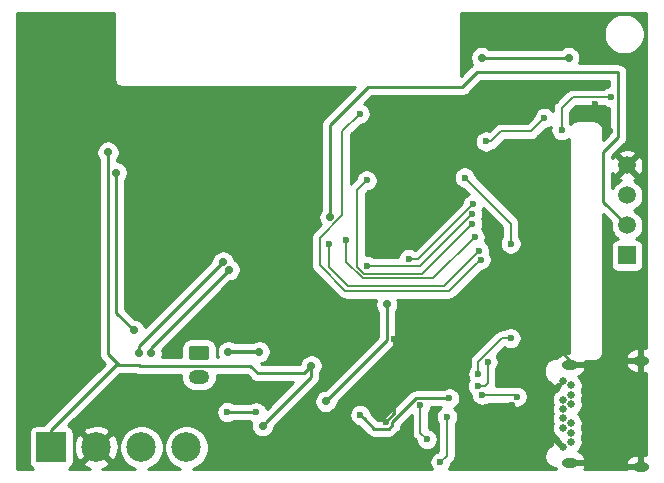
<source format=gbr>
G04 #@! TF.GenerationSoftware,KiCad,Pcbnew,(5.1.5)-3*
G04 #@! TF.CreationDate,2020-02-29T22:05:21+08:00*
G04 #@! TF.ProjectId,smartdisplay,736d6172-7464-4697-9370-6c61792e6b69,rev?*
G04 #@! TF.SameCoordinates,Original*
G04 #@! TF.FileFunction,Copper,L2,Bot*
G04 #@! TF.FilePolarity,Positive*
%FSLAX46Y46*%
G04 Gerber Fmt 4.6, Leading zero omitted, Abs format (unit mm)*
G04 Created by KiCad (PCBNEW (5.1.5)-3) date 2020-02-29 22:05:21*
%MOMM*%
%LPD*%
G04 APERTURE LIST*
%ADD10C,0.650000*%
%ADD11O,1.400000X0.800000*%
%ADD12C,1.500000*%
%ADD13R,1.500000X1.500000*%
%ADD14O,1.750000X1.200000*%
%ADD15C,0.100000*%
%ADD16C,2.499360*%
%ADD17R,2.499360X2.499360*%
%ADD18C,0.600000*%
%ADD19C,0.700000*%
%ADD20C,0.200000*%
%ADD21C,0.250000*%
%ADD22C,0.350000*%
%ADD23C,0.254000*%
G04 APERTURE END LIST*
D10*
X193040000Y-97050000D03*
X193040000Y-96250000D03*
X193040000Y-95450000D03*
X193040000Y-93850000D03*
X193040000Y-93050000D03*
X193040000Y-92250000D03*
X192340000Y-97450000D03*
X192340000Y-95850000D03*
X192340000Y-95050000D03*
X192340000Y-94250000D03*
X192340000Y-93450000D03*
X192340000Y-91850000D03*
D11*
X198890000Y-99140000D03*
X198890000Y-90160000D03*
X192940000Y-90520000D03*
X192940000Y-98780000D03*
D12*
X197750000Y-73630000D03*
X197750000Y-76170000D03*
X197750000Y-78710000D03*
D13*
X197750000Y-81250000D03*
D14*
X161500000Y-91500000D03*
G04 #@! TA.AperFunction,ComponentPad*
D15*
G36*
X162149505Y-88901204D02*
G01*
X162173773Y-88904804D01*
X162197572Y-88910765D01*
X162220671Y-88919030D01*
X162242850Y-88929520D01*
X162263893Y-88942132D01*
X162283599Y-88956747D01*
X162301777Y-88973223D01*
X162318253Y-88991401D01*
X162332868Y-89011107D01*
X162345480Y-89032150D01*
X162355970Y-89054329D01*
X162364235Y-89077428D01*
X162370196Y-89101227D01*
X162373796Y-89125495D01*
X162375000Y-89149999D01*
X162375000Y-89850001D01*
X162373796Y-89874505D01*
X162370196Y-89898773D01*
X162364235Y-89922572D01*
X162355970Y-89945671D01*
X162345480Y-89967850D01*
X162332868Y-89988893D01*
X162318253Y-90008599D01*
X162301777Y-90026777D01*
X162283599Y-90043253D01*
X162263893Y-90057868D01*
X162242850Y-90070480D01*
X162220671Y-90080970D01*
X162197572Y-90089235D01*
X162173773Y-90095196D01*
X162149505Y-90098796D01*
X162125001Y-90100000D01*
X160874999Y-90100000D01*
X160850495Y-90098796D01*
X160826227Y-90095196D01*
X160802428Y-90089235D01*
X160779329Y-90080970D01*
X160757150Y-90070480D01*
X160736107Y-90057868D01*
X160716401Y-90043253D01*
X160698223Y-90026777D01*
X160681747Y-90008599D01*
X160667132Y-89988893D01*
X160654520Y-89967850D01*
X160644030Y-89945671D01*
X160635765Y-89922572D01*
X160629804Y-89898773D01*
X160626204Y-89874505D01*
X160625000Y-89850001D01*
X160625000Y-89149999D01*
X160626204Y-89125495D01*
X160629804Y-89101227D01*
X160635765Y-89077428D01*
X160644030Y-89054329D01*
X160654520Y-89032150D01*
X160667132Y-89011107D01*
X160681747Y-88991401D01*
X160698223Y-88973223D01*
X160716401Y-88956747D01*
X160736107Y-88942132D01*
X160757150Y-88929520D01*
X160779329Y-88919030D01*
X160802428Y-88910765D01*
X160826227Y-88904804D01*
X160850495Y-88901204D01*
X160874999Y-88900000D01*
X162125001Y-88900000D01*
X162149505Y-88901204D01*
G37*
G04 #@! TD.AperFunction*
D16*
X160430000Y-97500000D03*
X156620000Y-97500000D03*
X152810000Y-97500000D03*
D17*
X149000000Y-97500000D03*
D18*
X185900000Y-98700000D03*
X185900000Y-95950000D03*
X195050000Y-68450000D03*
X196300000Y-70750000D03*
X178050000Y-91400000D03*
X178000000Y-88350000D03*
X189500000Y-84100000D03*
X188450000Y-81900002D03*
X177300000Y-95350000D03*
D19*
X163900000Y-93200000D03*
D18*
X180250000Y-68400000D03*
X182687500Y-69400000D03*
X188030594Y-93949956D03*
D19*
X152800000Y-94150000D03*
D18*
X187800000Y-89450000D03*
D19*
X171000000Y-90600000D03*
X166900000Y-95650000D03*
X153800002Y-72500000D03*
D18*
X163900000Y-94500000D03*
X166350000Y-94524999D03*
X182700000Y-93350000D03*
X175150000Y-94750000D03*
D19*
X164000000Y-89400000D03*
X154500000Y-74250000D03*
X156000000Y-87600000D03*
X166600000Y-89400002D03*
X185450000Y-64500000D03*
X192800000Y-64500000D03*
D18*
X184000000Y-74650000D03*
X187900000Y-80250000D03*
X192200000Y-70650000D03*
X196350000Y-67850000D03*
X181950000Y-98750000D03*
X182500000Y-94900000D03*
D19*
X164056969Y-82467372D03*
X157450000Y-89550000D03*
X163544135Y-81789492D03*
X156450006Y-89550000D03*
D18*
X175100000Y-69250000D03*
X185356067Y-81592474D03*
X185202717Y-80845274D03*
X172550000Y-80250000D03*
X184850000Y-79700000D03*
X173950000Y-79950000D03*
X175699998Y-74900000D03*
X184650004Y-78550000D03*
X184650000Y-77750000D03*
X175700000Y-82150000D03*
X179250000Y-81550000D03*
X184700000Y-76900000D03*
X190750000Y-69600000D03*
X185800000Y-71600000D03*
D19*
X177400000Y-85400002D03*
X172250000Y-93600000D03*
D18*
X180800000Y-96800000D03*
X180250000Y-93950000D03*
X185100000Y-92300000D03*
X185950000Y-90250000D03*
D19*
X172600000Y-78000000D03*
D18*
X185150000Y-91300000D03*
X187900000Y-88250000D03*
X185450000Y-93050000D03*
X188414886Y-93203108D03*
D20*
X185900000Y-98700000D02*
X185900000Y-95950000D01*
X195050000Y-68450000D02*
X196300000Y-69700000D01*
X196300000Y-69700000D02*
X196300000Y-70750000D01*
D21*
X178050000Y-91400000D02*
X178050000Y-88400000D01*
X178050000Y-88400000D02*
X178000000Y-88350000D01*
X188450000Y-83050000D02*
X188450000Y-81900002D01*
X189500000Y-84100000D02*
X188450000Y-83050000D01*
X178050000Y-91400000D02*
X178050000Y-94600000D01*
X178050000Y-94600000D02*
X177300000Y-95350000D01*
X180250000Y-68400000D02*
X181250000Y-69400000D01*
X181250000Y-69400000D02*
X182687500Y-69400000D01*
D20*
X187900044Y-93949956D02*
X188030594Y-93949956D01*
X185900000Y-95950000D02*
X187900044Y-93949956D01*
D21*
X162950000Y-94150000D02*
X152800000Y-94150000D01*
X163900000Y-93200000D02*
X162950000Y-94150000D01*
X192840000Y-90090000D02*
X192840000Y-90520000D01*
X192300000Y-89550000D02*
X192840000Y-90090000D01*
X187800000Y-89450000D02*
X187900000Y-89550000D01*
X187900000Y-89550000D02*
X192300000Y-89550000D01*
X149000000Y-96000320D02*
X149000000Y-97500000D01*
X154500320Y-90500000D02*
X149000000Y-96000320D01*
X156400000Y-90500000D02*
X154500320Y-90500000D01*
X171000000Y-90600000D02*
X171000000Y-91550000D01*
X167249999Y-95300001D02*
X166900000Y-95650000D01*
X171000000Y-91550000D02*
X167249999Y-95300001D01*
X153800002Y-89600002D02*
X153800002Y-72994974D01*
X153800002Y-72994974D02*
X153800002Y-72500000D01*
X156400000Y-90500000D02*
X154700000Y-90500000D01*
X154700000Y-90500000D02*
X153800002Y-89600002D01*
X157150001Y-90625001D02*
X156525001Y-90625001D01*
X171000000Y-90600000D02*
X170374998Y-91225002D01*
X156525001Y-90625001D02*
X156400000Y-90500000D01*
X157175002Y-90600000D02*
X157150001Y-90625001D01*
X166487499Y-91225002D02*
X165862497Y-90600000D01*
X170374998Y-91225002D02*
X166487499Y-91225002D01*
X165862497Y-90600000D02*
X157175002Y-90600000D01*
X163900000Y-94500000D02*
X166325001Y-94500000D01*
X166325001Y-94500000D02*
X166350000Y-94524999D01*
X177875001Y-95626001D02*
X177576001Y-95925001D01*
X182700000Y-93350000D02*
X179865698Y-93350000D01*
X177576001Y-95925001D02*
X176325001Y-95925001D01*
X179865698Y-93350000D02*
X177875001Y-95340697D01*
X176325001Y-95925001D02*
X175449999Y-95049999D01*
X175449999Y-95049999D02*
X175150000Y-94750000D01*
X177875001Y-95340697D02*
X177875001Y-95626001D01*
X154500000Y-86100000D02*
X154500000Y-74744974D01*
X156000000Y-87600000D02*
X154500000Y-86100000D01*
X154500000Y-74744974D02*
X154500000Y-74250000D01*
D22*
X164000000Y-89400000D02*
X166599998Y-89400000D01*
X166599998Y-89400000D02*
X166600000Y-89400002D01*
D21*
X185450000Y-64500000D02*
X192800000Y-64500000D01*
D20*
X187900000Y-78550000D02*
X187900000Y-80250000D01*
X184000000Y-74650000D02*
X187900000Y-78550000D01*
X193150000Y-67850000D02*
X196350000Y-67850000D01*
X192200000Y-70650000D02*
X192200000Y-68800000D01*
X192200000Y-68800000D02*
X193150000Y-67850000D01*
X181950000Y-98750000D02*
X182500000Y-98200000D01*
X182500000Y-98200000D02*
X182500000Y-94900000D01*
D21*
X164056969Y-82467372D02*
X157450000Y-89074341D01*
X157450000Y-89074341D02*
X157450000Y-89550000D01*
X156450006Y-88883621D02*
X156450006Y-89550000D01*
X163544135Y-81789492D02*
X156450006Y-88883621D01*
D20*
X182698541Y-84250000D02*
X185056068Y-81892473D01*
X185056068Y-81892473D02*
X185356067Y-81592474D01*
X173900000Y-84250000D02*
X182698541Y-84250000D01*
X173649990Y-70700010D02*
X173649990Y-77838012D01*
X173649990Y-77838012D02*
X171750000Y-79738002D01*
X171750000Y-79738002D02*
X171750000Y-82100000D01*
X175100000Y-69250000D02*
X173649990Y-70700010D01*
X171750000Y-82100000D02*
X173900000Y-84250000D01*
X172550000Y-82200000D02*
X172550000Y-80674264D01*
X182247992Y-83800000D02*
X174150000Y-83800000D01*
X174150000Y-83800000D02*
X172550000Y-82200000D01*
X172550000Y-80674264D02*
X172550000Y-80250000D01*
X185202717Y-80845274D02*
X182247992Y-83800000D01*
X173950000Y-81794988D02*
X173950000Y-79950000D01*
X175355022Y-83200010D02*
X173950000Y-81794988D01*
X184850000Y-79700000D02*
X181349990Y-83200010D01*
X181349990Y-83200010D02*
X175355022Y-83200010D01*
X174900000Y-75699998D02*
X174900000Y-82250000D01*
X180350004Y-82850000D02*
X184350005Y-78849999D01*
X175699998Y-74900000D02*
X174900000Y-75699998D01*
X174900000Y-82250000D02*
X175500000Y-82850000D01*
X184350005Y-78849999D02*
X184650004Y-78550000D01*
X175500000Y-82850000D02*
X180350004Y-82850000D01*
X180250000Y-82150000D02*
X175700000Y-82150000D01*
X184650000Y-77750000D02*
X180250000Y-82150000D01*
X184400001Y-77199999D02*
X184700000Y-76900000D01*
X180050000Y-81550000D02*
X184400001Y-77199999D01*
X179250000Y-81550000D02*
X180050000Y-81550000D01*
X186224264Y-71600000D02*
X185800000Y-71600000D01*
X187074264Y-70750000D02*
X186224264Y-71600000D01*
X190750000Y-69600000D02*
X189600000Y-70750000D01*
X189600000Y-70750000D02*
X187074264Y-70750000D01*
D21*
X177400000Y-85400002D02*
X177400000Y-88450000D01*
X172599999Y-93250001D02*
X172250000Y-93600000D01*
X177400000Y-88450000D02*
X172599999Y-93250001D01*
D20*
X180250000Y-96250000D02*
X180250000Y-93950000D01*
X180800000Y-96800000D02*
X180250000Y-96250000D01*
X185950000Y-92050000D02*
X185950000Y-90250000D01*
X185100000Y-92300000D02*
X185700000Y-92300000D01*
X185700000Y-92300000D02*
X185950000Y-92050000D01*
D21*
X172600000Y-70200000D02*
X172600000Y-78000000D01*
X183800000Y-67000000D02*
X175800000Y-67000000D01*
X185050000Y-65750000D02*
X183800000Y-67000000D01*
X175800000Y-67000000D02*
X172600000Y-70200000D01*
X195750000Y-76710000D02*
X195750000Y-72500000D01*
X195750000Y-72500000D02*
X197000000Y-71250000D01*
X197000000Y-71250000D02*
X197000000Y-65750000D01*
X197750000Y-78710000D02*
X195750000Y-76710000D01*
X197000000Y-65750000D02*
X185050000Y-65750000D01*
D20*
X187135998Y-88250000D02*
X187475736Y-88250000D01*
X185150000Y-91300000D02*
X185150000Y-90235998D01*
X187475736Y-88250000D02*
X187900000Y-88250000D01*
X185150000Y-90235998D02*
X187135998Y-88250000D01*
X188261778Y-93050000D02*
X188414886Y-93203108D01*
X185450000Y-93050000D02*
X188261778Y-93050000D01*
D23*
G36*
X154315001Y-66266343D02*
G01*
X154311686Y-66300000D01*
X154324912Y-66434283D01*
X154364081Y-66563406D01*
X154427688Y-66682407D01*
X154513289Y-66786711D01*
X154617593Y-66872312D01*
X154736594Y-66935919D01*
X154865717Y-66975088D01*
X154966353Y-66985000D01*
X155000000Y-66988314D01*
X155033647Y-66985000D01*
X174740197Y-66985000D01*
X172089003Y-69636196D01*
X172059999Y-69659999D01*
X172014861Y-69715000D01*
X171965026Y-69775724D01*
X171907881Y-69882634D01*
X171894454Y-69907754D01*
X171850997Y-70051015D01*
X171840000Y-70162668D01*
X171840000Y-70162678D01*
X171836324Y-70200000D01*
X171840000Y-70237322D01*
X171840001Y-77366999D01*
X171834901Y-77372099D01*
X171727104Y-77533428D01*
X171652853Y-77712686D01*
X171615000Y-77902986D01*
X171615000Y-78097014D01*
X171652853Y-78287314D01*
X171727104Y-78466572D01*
X171829195Y-78619361D01*
X171255808Y-79192748D01*
X171227762Y-79215765D01*
X171135913Y-79327683D01*
X171067663Y-79455370D01*
X171044316Y-79532335D01*
X171025635Y-79593917D01*
X171011444Y-79738002D01*
X171015000Y-79774107D01*
X171015001Y-82063885D01*
X171011444Y-82100000D01*
X171025635Y-82244085D01*
X171059128Y-82354494D01*
X171067664Y-82382633D01*
X171135914Y-82510320D01*
X171227763Y-82622238D01*
X171255808Y-82645254D01*
X173354746Y-84744193D01*
X173377762Y-84772238D01*
X173489680Y-84864087D01*
X173617367Y-84932337D01*
X173713886Y-84961616D01*
X173755914Y-84974365D01*
X173769734Y-84975726D01*
X173863895Y-84985000D01*
X173863902Y-84985000D01*
X173899999Y-84988555D01*
X173936096Y-84985000D01*
X176505743Y-84985000D01*
X176452853Y-85112688D01*
X176415000Y-85302988D01*
X176415000Y-85497016D01*
X176452853Y-85687316D01*
X176527104Y-85866574D01*
X176634901Y-86027903D01*
X176640000Y-86033002D01*
X176640001Y-88135197D01*
X172160199Y-92615000D01*
X172152986Y-92615000D01*
X171962686Y-92652853D01*
X171783428Y-92727104D01*
X171622099Y-92834901D01*
X171484901Y-92972099D01*
X171377104Y-93133428D01*
X171302853Y-93312686D01*
X171265000Y-93502986D01*
X171265000Y-93697014D01*
X171302853Y-93887314D01*
X171377104Y-94066572D01*
X171484901Y-94227901D01*
X171622099Y-94365099D01*
X171783428Y-94472896D01*
X171962686Y-94547147D01*
X172152986Y-94585000D01*
X172347014Y-94585000D01*
X172537314Y-94547147D01*
X172716572Y-94472896D01*
X172877901Y-94365099D01*
X173015099Y-94227901D01*
X173122896Y-94066572D01*
X173197147Y-93887314D01*
X173235000Y-93697014D01*
X173235000Y-93689801D01*
X174716890Y-92207911D01*
X184165000Y-92207911D01*
X184165000Y-92392089D01*
X184200932Y-92572729D01*
X184271414Y-92742889D01*
X184373738Y-92896028D01*
X184503972Y-93026262D01*
X184515000Y-93033631D01*
X184515000Y-93142089D01*
X184550932Y-93322729D01*
X184621414Y-93492889D01*
X184723738Y-93646028D01*
X184853972Y-93776262D01*
X185007111Y-93878586D01*
X185177271Y-93949068D01*
X185357911Y-93985000D01*
X185542089Y-93985000D01*
X185722729Y-93949068D01*
X185892889Y-93878586D01*
X186032951Y-93785000D01*
X187679179Y-93785000D01*
X187688624Y-93799136D01*
X187818858Y-93929370D01*
X187971997Y-94031694D01*
X188142157Y-94102176D01*
X188322797Y-94138108D01*
X188506975Y-94138108D01*
X188687615Y-94102176D01*
X188857775Y-94031694D01*
X189010914Y-93929370D01*
X189141148Y-93799136D01*
X189243472Y-93645997D01*
X189313954Y-93475837D01*
X189349886Y-93295197D01*
X189349886Y-93111019D01*
X189313954Y-92930379D01*
X189243472Y-92760219D01*
X189141148Y-92607080D01*
X189010914Y-92476846D01*
X188857775Y-92374522D01*
X188687615Y-92304040D01*
X188506975Y-92268108D01*
X188322797Y-92268108D01*
X188142157Y-92304040D01*
X188115697Y-92315000D01*
X186637686Y-92315000D01*
X186674365Y-92194085D01*
X186685000Y-92086105D01*
X186685000Y-92086096D01*
X186688555Y-92050001D01*
X186685000Y-92013906D01*
X186685000Y-90832951D01*
X186778586Y-90692889D01*
X186849068Y-90522729D01*
X186885000Y-90342089D01*
X186885000Y-90157911D01*
X186849068Y-89977271D01*
X186778586Y-89807111D01*
X186714398Y-89711047D01*
X187391020Y-89034425D01*
X187457111Y-89078586D01*
X187627271Y-89149068D01*
X187807911Y-89185000D01*
X187992089Y-89185000D01*
X188172729Y-89149068D01*
X188342889Y-89078586D01*
X188496028Y-88976262D01*
X188626262Y-88846028D01*
X188728586Y-88692889D01*
X188799068Y-88522729D01*
X188835000Y-88342089D01*
X188835000Y-88157911D01*
X188799068Y-87977271D01*
X188728586Y-87807111D01*
X188626262Y-87653972D01*
X188496028Y-87523738D01*
X188342889Y-87421414D01*
X188172729Y-87350932D01*
X187992089Y-87315000D01*
X187807911Y-87315000D01*
X187627271Y-87350932D01*
X187457111Y-87421414D01*
X187317049Y-87515000D01*
X187172092Y-87515000D01*
X187135997Y-87511445D01*
X187099902Y-87515000D01*
X187099893Y-87515000D01*
X186991913Y-87525635D01*
X186853365Y-87567663D01*
X186725678Y-87635913D01*
X186613760Y-87727762D01*
X186590744Y-87755807D01*
X184655808Y-89690744D01*
X184627763Y-89713760D01*
X184535914Y-89825678D01*
X184505592Y-89882407D01*
X184467664Y-89953365D01*
X184425635Y-90091913D01*
X184411444Y-90235998D01*
X184415001Y-90272113D01*
X184415001Y-90717049D01*
X184321414Y-90857111D01*
X184250932Y-91027271D01*
X184215000Y-91207911D01*
X184215000Y-91392089D01*
X184250932Y-91572729D01*
X184321414Y-91742889D01*
X184334574Y-91762585D01*
X184271414Y-91857111D01*
X184200932Y-92027271D01*
X184165000Y-92207911D01*
X174716890Y-92207911D01*
X177911003Y-89013799D01*
X177940001Y-88990001D01*
X178034974Y-88874276D01*
X178105546Y-88742247D01*
X178149003Y-88598986D01*
X178160000Y-88487333D01*
X178163677Y-88450000D01*
X178160000Y-88412667D01*
X178160000Y-86033002D01*
X178165099Y-86027903D01*
X178272896Y-85866574D01*
X178347147Y-85687316D01*
X178385000Y-85497016D01*
X178385000Y-85302988D01*
X178347147Y-85112688D01*
X178294257Y-84985000D01*
X182662436Y-84985000D01*
X182698541Y-84988556D01*
X182734646Y-84985000D01*
X182842626Y-84974365D01*
X182981174Y-84932337D01*
X183108861Y-84864087D01*
X183220779Y-84772238D01*
X183243800Y-84744188D01*
X185463583Y-82524405D01*
X185628796Y-82491542D01*
X185798956Y-82421060D01*
X185952095Y-82318736D01*
X186082329Y-82188502D01*
X186184653Y-82035363D01*
X186255135Y-81865203D01*
X186291067Y-81684563D01*
X186291067Y-81500385D01*
X186255135Y-81319745D01*
X186184653Y-81149585D01*
X186115954Y-81046770D01*
X186137717Y-80937363D01*
X186137717Y-80753185D01*
X186101785Y-80572545D01*
X186031303Y-80402385D01*
X185928979Y-80249246D01*
X185798745Y-80119012D01*
X185712379Y-80061304D01*
X185749068Y-79972729D01*
X185785000Y-79792089D01*
X185785000Y-79607911D01*
X185749068Y-79427271D01*
X185678586Y-79257111D01*
X185576262Y-79103972D01*
X185473218Y-79000928D01*
X185478590Y-78992889D01*
X185549072Y-78822729D01*
X185585004Y-78642089D01*
X185585004Y-78457911D01*
X185549072Y-78277271D01*
X185496353Y-78149995D01*
X185549068Y-78022729D01*
X185585000Y-77842089D01*
X185585000Y-77657911D01*
X185549068Y-77477271D01*
X185506869Y-77375392D01*
X185528586Y-77342889D01*
X185565155Y-77254602D01*
X187165000Y-78854447D01*
X187165001Y-79667048D01*
X187071414Y-79807111D01*
X187000932Y-79977271D01*
X186965000Y-80157911D01*
X186965000Y-80342089D01*
X187000932Y-80522729D01*
X187071414Y-80692889D01*
X187173738Y-80846028D01*
X187303972Y-80976262D01*
X187457111Y-81078586D01*
X187627271Y-81149068D01*
X187807911Y-81185000D01*
X187992089Y-81185000D01*
X188172729Y-81149068D01*
X188342889Y-81078586D01*
X188496028Y-80976262D01*
X188626262Y-80846028D01*
X188728586Y-80692889D01*
X188799068Y-80522729D01*
X188835000Y-80342089D01*
X188835000Y-80157911D01*
X188799068Y-79977271D01*
X188728586Y-79807111D01*
X188635000Y-79667049D01*
X188635000Y-78586105D01*
X188638556Y-78550000D01*
X188624365Y-78405915D01*
X188582337Y-78267367D01*
X188514087Y-78139680D01*
X188470117Y-78086103D01*
X188445253Y-78055806D01*
X188445250Y-78055803D01*
X188422237Y-78027762D01*
X188394197Y-78004750D01*
X184931932Y-74542486D01*
X184899068Y-74377271D01*
X184828586Y-74207111D01*
X184726262Y-74053972D01*
X184596028Y-73923738D01*
X184442889Y-73821414D01*
X184272729Y-73750932D01*
X184092089Y-73715000D01*
X183907911Y-73715000D01*
X183727271Y-73750932D01*
X183557111Y-73821414D01*
X183403972Y-73923738D01*
X183273738Y-74053972D01*
X183171414Y-74207111D01*
X183100932Y-74377271D01*
X183065000Y-74557911D01*
X183065000Y-74742089D01*
X183100932Y-74922729D01*
X183171414Y-75092889D01*
X183273738Y-75246028D01*
X183403972Y-75376262D01*
X183557111Y-75478586D01*
X183727271Y-75549068D01*
X183892486Y-75581932D01*
X184345398Y-76034845D01*
X184257111Y-76071414D01*
X184103972Y-76173738D01*
X183973738Y-76303972D01*
X183871414Y-76457111D01*
X183800932Y-76627271D01*
X183768069Y-76792484D01*
X179780560Y-80779994D01*
X179692889Y-80721414D01*
X179522729Y-80650932D01*
X179342089Y-80615000D01*
X179157911Y-80615000D01*
X178977271Y-80650932D01*
X178807111Y-80721414D01*
X178653972Y-80823738D01*
X178523738Y-80953972D01*
X178421414Y-81107111D01*
X178350932Y-81277271D01*
X178323536Y-81415000D01*
X176282951Y-81415000D01*
X176142889Y-81321414D01*
X175972729Y-81250932D01*
X175792089Y-81215000D01*
X175635000Y-81215000D01*
X175635000Y-76004444D01*
X175807513Y-75831932D01*
X175972727Y-75799068D01*
X176142887Y-75728586D01*
X176296026Y-75626262D01*
X176426260Y-75496028D01*
X176528584Y-75342889D01*
X176599066Y-75172729D01*
X176634998Y-74992089D01*
X176634998Y-74807911D01*
X176599066Y-74627271D01*
X176528584Y-74457111D01*
X176426260Y-74303972D01*
X176296026Y-74173738D01*
X176142887Y-74071414D01*
X175972727Y-74000932D01*
X175792087Y-73965000D01*
X175607909Y-73965000D01*
X175427269Y-74000932D01*
X175257109Y-74071414D01*
X175103970Y-74173738D01*
X174973736Y-74303972D01*
X174871412Y-74457111D01*
X174800930Y-74627271D01*
X174768066Y-74792485D01*
X174405808Y-75154744D01*
X174384990Y-75171829D01*
X174384990Y-71004456D01*
X175207515Y-70181931D01*
X175372729Y-70149068D01*
X175542889Y-70078586D01*
X175696028Y-69976262D01*
X175826262Y-69846028D01*
X175928586Y-69692889D01*
X175999068Y-69522729D01*
X176035000Y-69342089D01*
X176035000Y-69157911D01*
X175999068Y-68977271D01*
X175928586Y-68807111D01*
X175826262Y-68653972D01*
X175696028Y-68523738D01*
X175542889Y-68421414D01*
X175479602Y-68395200D01*
X176114803Y-67760000D01*
X183762678Y-67760000D01*
X183800000Y-67763676D01*
X183837322Y-67760000D01*
X183837333Y-67760000D01*
X183948986Y-67749003D01*
X184092247Y-67705546D01*
X184224276Y-67634974D01*
X184340001Y-67540001D01*
X184363804Y-67510997D01*
X185364802Y-66510000D01*
X196240001Y-66510000D01*
X196240001Y-66918563D01*
X196077271Y-66950932D01*
X195907111Y-67021414D01*
X195767049Y-67115000D01*
X193186105Y-67115000D01*
X193150000Y-67111444D01*
X193113895Y-67115000D01*
X193005915Y-67125635D01*
X192867367Y-67167663D01*
X192739680Y-67235913D01*
X192627762Y-67327762D01*
X192604746Y-67355807D01*
X191705808Y-68254746D01*
X191677763Y-68277762D01*
X191585914Y-68389680D01*
X191546143Y-68464087D01*
X191517664Y-68517367D01*
X191475635Y-68655915D01*
X191461444Y-68800000D01*
X191465001Y-68836115D01*
X191465001Y-68992711D01*
X191346028Y-68873738D01*
X191192889Y-68771414D01*
X191022729Y-68700932D01*
X190842089Y-68665000D01*
X190657911Y-68665000D01*
X190477271Y-68700932D01*
X190307111Y-68771414D01*
X190153972Y-68873738D01*
X190023738Y-69003972D01*
X189921414Y-69157111D01*
X189850932Y-69327271D01*
X189818068Y-69492485D01*
X189295554Y-70015000D01*
X187110369Y-70015000D01*
X187074264Y-70011444D01*
X186930179Y-70025635D01*
X186791630Y-70067663D01*
X186663944Y-70135913D01*
X186552026Y-70227762D01*
X186529010Y-70255807D01*
X186080618Y-70704200D01*
X186072729Y-70700932D01*
X185892089Y-70665000D01*
X185707911Y-70665000D01*
X185527271Y-70700932D01*
X185357111Y-70771414D01*
X185203972Y-70873738D01*
X185073738Y-71003972D01*
X184971414Y-71157111D01*
X184900932Y-71327271D01*
X184865000Y-71507911D01*
X184865000Y-71692089D01*
X184900932Y-71872729D01*
X184971414Y-72042889D01*
X185073738Y-72196028D01*
X185203972Y-72326262D01*
X185357111Y-72428586D01*
X185527271Y-72499068D01*
X185707911Y-72535000D01*
X185892089Y-72535000D01*
X186072729Y-72499068D01*
X186242889Y-72428586D01*
X186396028Y-72326262D01*
X186410803Y-72311487D01*
X186506897Y-72282337D01*
X186634584Y-72214087D01*
X186746502Y-72122238D01*
X186769522Y-72094188D01*
X187378711Y-71485000D01*
X189563895Y-71485000D01*
X189600000Y-71488556D01*
X189636105Y-71485000D01*
X189744085Y-71474365D01*
X189882633Y-71432337D01*
X190010320Y-71364087D01*
X190122238Y-71272238D01*
X190145258Y-71244188D01*
X190857515Y-70531932D01*
X191022729Y-70499068D01*
X191192889Y-70428586D01*
X191312889Y-70348405D01*
X191300932Y-70377271D01*
X191265000Y-70557911D01*
X191265000Y-70742089D01*
X191300932Y-70922729D01*
X191371414Y-71092889D01*
X191473738Y-71246028D01*
X191603972Y-71376262D01*
X191757111Y-71478586D01*
X191927271Y-71549068D01*
X192107911Y-71585000D01*
X192292089Y-71585000D01*
X192472729Y-71549068D01*
X192642889Y-71478586D01*
X192796028Y-71376262D01*
X192815000Y-71357290D01*
X192815001Y-89466343D01*
X192813163Y-89485000D01*
X192513000Y-89485000D01*
X192313522Y-89529664D01*
X192126590Y-89612386D01*
X191959388Y-89729987D01*
X191818342Y-89877948D01*
X191776535Y-89943878D01*
X191690000Y-89935355D01*
X191501807Y-89953890D01*
X191320846Y-90008784D01*
X191154072Y-90097927D01*
X191007893Y-90217893D01*
X190887927Y-90364072D01*
X190798784Y-90530847D01*
X190743890Y-90711808D01*
X190730000Y-90852839D01*
X190730000Y-91247162D01*
X190743890Y-91388193D01*
X190798784Y-91569154D01*
X190887927Y-91735928D01*
X191007894Y-91882107D01*
X191154073Y-92002073D01*
X191320847Y-92091216D01*
X191414338Y-92119576D01*
X191415392Y-92125028D01*
X191486813Y-92300126D01*
X191491730Y-92309323D01*
X191687464Y-92322931D01*
X191862766Y-92147629D01*
X191878193Y-92146110D01*
X192059154Y-92091216D01*
X192096776Y-92071106D01*
X192080000Y-92155448D01*
X192080000Y-92289605D01*
X191867069Y-92502536D01*
X191874303Y-92606586D01*
X191728036Y-92704319D01*
X191594319Y-92838036D01*
X191489259Y-92995269D01*
X191416892Y-93169978D01*
X191380000Y-93355448D01*
X191380000Y-93544552D01*
X191416892Y-93730022D01*
X191466589Y-93850000D01*
X191416892Y-93969978D01*
X191380000Y-94155448D01*
X191380000Y-94344552D01*
X191416892Y-94530022D01*
X191466589Y-94650000D01*
X191416892Y-94769978D01*
X191380000Y-94955448D01*
X191380000Y-95144552D01*
X191416892Y-95330022D01*
X191466589Y-95450000D01*
X191416892Y-95569978D01*
X191380000Y-95755448D01*
X191380000Y-95944552D01*
X191416892Y-96130022D01*
X191489259Y-96304731D01*
X191594319Y-96461964D01*
X191728036Y-96595681D01*
X191874303Y-96693414D01*
X191867069Y-96797464D01*
X192080000Y-97010395D01*
X192080000Y-97144552D01*
X192116892Y-97330022D01*
X192145892Y-97400035D01*
X192144731Y-97399259D01*
X192084851Y-97374456D01*
X191687464Y-96977069D01*
X191491730Y-96990677D01*
X191418419Y-97164992D01*
X191383021Y-97338058D01*
X191235269Y-97399259D01*
X191078036Y-97504319D01*
X190944319Y-97638036D01*
X190839259Y-97795269D01*
X190766892Y-97969978D01*
X190730000Y-98155448D01*
X190730000Y-98344552D01*
X190766892Y-98530022D01*
X190839259Y-98704731D01*
X190944319Y-98861964D01*
X191078036Y-98995681D01*
X191235269Y-99100741D01*
X191409978Y-99173108D01*
X191595448Y-99210000D01*
X191695208Y-99210000D01*
X191708872Y-99249418D01*
X191750459Y-99315000D01*
X182696994Y-99315000D01*
X182778586Y-99192889D01*
X182849068Y-99022729D01*
X182881931Y-98857515D01*
X182994197Y-98745250D01*
X183022237Y-98722238D01*
X183045250Y-98694197D01*
X183045253Y-98694194D01*
X183114086Y-98610321D01*
X183114087Y-98610320D01*
X183182337Y-98482633D01*
X183224365Y-98344085D01*
X183235000Y-98236105D01*
X183235000Y-98236096D01*
X183238555Y-98200001D01*
X183235000Y-98163906D01*
X183235000Y-95482951D01*
X183328586Y-95342889D01*
X183399068Y-95172729D01*
X183435000Y-94992089D01*
X183435000Y-94807911D01*
X183399068Y-94627271D01*
X183328586Y-94457111D01*
X183226262Y-94303972D01*
X183113181Y-94190891D01*
X183142889Y-94178586D01*
X183296028Y-94076262D01*
X183426262Y-93946028D01*
X183528586Y-93792889D01*
X183599068Y-93622729D01*
X183635000Y-93442089D01*
X183635000Y-93257911D01*
X183599068Y-93077271D01*
X183528586Y-92907111D01*
X183426262Y-92753972D01*
X183296028Y-92623738D01*
X183142889Y-92521414D01*
X182972729Y-92450932D01*
X182792089Y-92415000D01*
X182607911Y-92415000D01*
X182427271Y-92450932D01*
X182257111Y-92521414D01*
X182154465Y-92590000D01*
X179903023Y-92590000D01*
X179865698Y-92586324D01*
X179828373Y-92590000D01*
X179828365Y-92590000D01*
X179716712Y-92600997D01*
X179573451Y-92644454D01*
X179441422Y-92715026D01*
X179325697Y-92809999D01*
X179301899Y-92838997D01*
X177364004Y-94776893D01*
X177335000Y-94800696D01*
X177284719Y-94861964D01*
X177240027Y-94916421D01*
X177195749Y-94999259D01*
X177169455Y-95048451D01*
X177134101Y-95165001D01*
X176639803Y-95165001D01*
X176073153Y-94598352D01*
X176049068Y-94477271D01*
X175978586Y-94307111D01*
X175876262Y-94153972D01*
X175746028Y-94023738D01*
X175592889Y-93921414D01*
X175422729Y-93850932D01*
X175242089Y-93815000D01*
X175057911Y-93815000D01*
X174877271Y-93850932D01*
X174707111Y-93921414D01*
X174553972Y-94023738D01*
X174423738Y-94153972D01*
X174321414Y-94307111D01*
X174250932Y-94477271D01*
X174215000Y-94657911D01*
X174215000Y-94842089D01*
X174250932Y-95022729D01*
X174321414Y-95192889D01*
X174423738Y-95346028D01*
X174553972Y-95476262D01*
X174707111Y-95578586D01*
X174877271Y-95649068D01*
X174998352Y-95673153D01*
X175761202Y-96436004D01*
X175785000Y-96465002D01*
X175900725Y-96559975D01*
X176032754Y-96630547D01*
X176176015Y-96674004D01*
X176287668Y-96685001D01*
X176287676Y-96685001D01*
X176325001Y-96688677D01*
X176362326Y-96685001D01*
X177538679Y-96685001D01*
X177576001Y-96688677D01*
X177613323Y-96685001D01*
X177613334Y-96685001D01*
X177724987Y-96674004D01*
X177868248Y-96630547D01*
X178000277Y-96559975D01*
X178116002Y-96465002D01*
X178139805Y-96435998D01*
X178385998Y-96189805D01*
X178415002Y-96166002D01*
X178509975Y-96050277D01*
X178580547Y-95918248D01*
X178624004Y-95774986D01*
X178635001Y-95663333D01*
X178635001Y-95663324D01*
X178635856Y-95654643D01*
X179515001Y-94775499D01*
X179515000Y-96213895D01*
X179511444Y-96250000D01*
X179523569Y-96373108D01*
X179525635Y-96394084D01*
X179567663Y-96532632D01*
X179635913Y-96660319D01*
X179727762Y-96772237D01*
X179755808Y-96795254D01*
X179868068Y-96907515D01*
X179900932Y-97072729D01*
X179971414Y-97242889D01*
X180073738Y-97396028D01*
X180203972Y-97526262D01*
X180357111Y-97628586D01*
X180527271Y-97699068D01*
X180707911Y-97735000D01*
X180892089Y-97735000D01*
X181072729Y-97699068D01*
X181242889Y-97628586D01*
X181396028Y-97526262D01*
X181526262Y-97396028D01*
X181628586Y-97242889D01*
X181699068Y-97072729D01*
X181735000Y-96892089D01*
X181735000Y-96707911D01*
X181699068Y-96527271D01*
X181628586Y-96357111D01*
X181526262Y-96203972D01*
X181396028Y-96073738D01*
X181242889Y-95971414D01*
X181072729Y-95900932D01*
X180985000Y-95883481D01*
X180985000Y-94532951D01*
X181078586Y-94392889D01*
X181149068Y-94222729D01*
X181171491Y-94110000D01*
X181999363Y-94110000D01*
X181903972Y-94173738D01*
X181773738Y-94303972D01*
X181671414Y-94457111D01*
X181600932Y-94627271D01*
X181565000Y-94807911D01*
X181565000Y-94992089D01*
X181600932Y-95172729D01*
X181671414Y-95342889D01*
X181765001Y-95482952D01*
X181765000Y-97833481D01*
X181677271Y-97850932D01*
X181507111Y-97921414D01*
X181353972Y-98023738D01*
X181223738Y-98153972D01*
X181121414Y-98307111D01*
X181050932Y-98477271D01*
X181015000Y-98657911D01*
X181015000Y-98842089D01*
X181050932Y-99022729D01*
X181121414Y-99192889D01*
X181203006Y-99315000D01*
X160965931Y-99315000D01*
X160979741Y-99312253D01*
X161322731Y-99170182D01*
X161631413Y-98963926D01*
X161893926Y-98701413D01*
X162100182Y-98392731D01*
X162242253Y-98049741D01*
X162314680Y-97685625D01*
X162314680Y-97314375D01*
X162242253Y-96950259D01*
X162100182Y-96607269D01*
X161893926Y-96298587D01*
X161631413Y-96036074D01*
X161322731Y-95829818D01*
X160979741Y-95687747D01*
X160615625Y-95615320D01*
X160244375Y-95615320D01*
X159880259Y-95687747D01*
X159537269Y-95829818D01*
X159228587Y-96036074D01*
X158966074Y-96298587D01*
X158759818Y-96607269D01*
X158617747Y-96950259D01*
X158545320Y-97314375D01*
X158545320Y-97685625D01*
X158617747Y-98049741D01*
X158759818Y-98392731D01*
X158966074Y-98701413D01*
X159228587Y-98963926D01*
X159537269Y-99170182D01*
X159880259Y-99312253D01*
X159894069Y-99315000D01*
X157155931Y-99315000D01*
X157169741Y-99312253D01*
X157512731Y-99170182D01*
X157821413Y-98963926D01*
X158083926Y-98701413D01*
X158290182Y-98392731D01*
X158432253Y-98049741D01*
X158504680Y-97685625D01*
X158504680Y-97314375D01*
X158432253Y-96950259D01*
X158290182Y-96607269D01*
X158083926Y-96298587D01*
X157821413Y-96036074D01*
X157512731Y-95829818D01*
X157169741Y-95687747D01*
X156805625Y-95615320D01*
X156434375Y-95615320D01*
X156070259Y-95687747D01*
X155727269Y-95829818D01*
X155418587Y-96036074D01*
X155156074Y-96298587D01*
X154949818Y-96607269D01*
X154807747Y-96950259D01*
X154735320Y-97314375D01*
X154735320Y-97685625D01*
X154807747Y-98049741D01*
X154949818Y-98392731D01*
X155156074Y-98701413D01*
X155418587Y-98963926D01*
X155727269Y-99170182D01*
X156070259Y-99312253D01*
X156084069Y-99315000D01*
X153325047Y-99315000D01*
X153583151Y-99228789D01*
X153817896Y-99103315D01*
X153943771Y-98813377D01*
X152810000Y-97679605D01*
X151676229Y-98813377D01*
X151802104Y-99103315D01*
X152134262Y-99269139D01*
X152302134Y-99315000D01*
X150539101Y-99315000D01*
X150604174Y-99280217D01*
X150700865Y-99200865D01*
X150780217Y-99104174D01*
X150839182Y-98993860D01*
X150875492Y-98874162D01*
X150887752Y-98749680D01*
X150887752Y-97552719D01*
X150916935Y-97552719D01*
X150963595Y-97921025D01*
X151081211Y-98273151D01*
X151206685Y-98507896D01*
X151496623Y-98633771D01*
X152630395Y-97500000D01*
X152989605Y-97500000D01*
X154123377Y-98633771D01*
X154413315Y-98507896D01*
X154579139Y-98175738D01*
X154676975Y-97817613D01*
X154703065Y-97447281D01*
X154656405Y-97078975D01*
X154538789Y-96726849D01*
X154413315Y-96492104D01*
X154123377Y-96366229D01*
X152989605Y-97500000D01*
X152630395Y-97500000D01*
X151496623Y-96366229D01*
X151206685Y-96492104D01*
X151040861Y-96824262D01*
X150943025Y-97182387D01*
X150916935Y-97552719D01*
X150887752Y-97552719D01*
X150887752Y-96250320D01*
X150881479Y-96186623D01*
X151676229Y-96186623D01*
X152810000Y-97320395D01*
X153943771Y-96186623D01*
X153817896Y-95896685D01*
X153485738Y-95730861D01*
X153127613Y-95633025D01*
X152757281Y-95606935D01*
X152388975Y-95653595D01*
X152036849Y-95771211D01*
X151802104Y-95896685D01*
X151676229Y-96186623D01*
X150881479Y-96186623D01*
X150875492Y-96125838D01*
X150839182Y-96006140D01*
X150780217Y-95895826D01*
X150700865Y-95799135D01*
X150604174Y-95719783D01*
X150493860Y-95660818D01*
X150432820Y-95642302D01*
X154815122Y-91260000D01*
X156100772Y-91260000D01*
X156232754Y-91330547D01*
X156376015Y-91374004D01*
X156487668Y-91385001D01*
X156487678Y-91385001D01*
X156525000Y-91388677D01*
X156562323Y-91385001D01*
X157112679Y-91385001D01*
X157150001Y-91388677D01*
X157187323Y-91385001D01*
X157187334Y-91385001D01*
X157298987Y-91374004D01*
X157345153Y-91360000D01*
X159997814Y-91360000D01*
X159984025Y-91500000D01*
X160007870Y-91742102D01*
X160078489Y-91974901D01*
X160193167Y-92189449D01*
X160347498Y-92377502D01*
X160535551Y-92531833D01*
X160750099Y-92646511D01*
X160982898Y-92717130D01*
X161164335Y-92735000D01*
X161835665Y-92735000D01*
X162017102Y-92717130D01*
X162249901Y-92646511D01*
X162464449Y-92531833D01*
X162652502Y-92377502D01*
X162806833Y-92189449D01*
X162921511Y-91974901D01*
X162992130Y-91742102D01*
X163015975Y-91500000D01*
X163002186Y-91360000D01*
X165547696Y-91360000D01*
X165923699Y-91736004D01*
X165947498Y-91765003D01*
X166063223Y-91859976D01*
X166195252Y-91930548D01*
X166338513Y-91974005D01*
X166450166Y-91985002D01*
X166450175Y-91985002D01*
X166487498Y-91988678D01*
X166524821Y-91985002D01*
X169490196Y-91985002D01*
X167241412Y-94233787D01*
X167178586Y-94082110D01*
X167076262Y-93928971D01*
X166946028Y-93798737D01*
X166792889Y-93696413D01*
X166622729Y-93625931D01*
X166442089Y-93589999D01*
X166257911Y-93589999D01*
X166077271Y-93625931D01*
X165907111Y-93696413D01*
X165841878Y-93740000D01*
X164445535Y-93740000D01*
X164342889Y-93671414D01*
X164172729Y-93600932D01*
X163992089Y-93565000D01*
X163807911Y-93565000D01*
X163627271Y-93600932D01*
X163457111Y-93671414D01*
X163303972Y-93773738D01*
X163173738Y-93903972D01*
X163071414Y-94057111D01*
X163000932Y-94227271D01*
X162965000Y-94407911D01*
X162965000Y-94592089D01*
X163000932Y-94772729D01*
X163071414Y-94942889D01*
X163173738Y-95096028D01*
X163303972Y-95226262D01*
X163457111Y-95328586D01*
X163627271Y-95399068D01*
X163807911Y-95435000D01*
X163992089Y-95435000D01*
X164172729Y-95399068D01*
X164342889Y-95328586D01*
X164445535Y-95260000D01*
X165767051Y-95260000D01*
X165907111Y-95353585D01*
X165951044Y-95371782D01*
X165915000Y-95552986D01*
X165915000Y-95747014D01*
X165952853Y-95937314D01*
X166027104Y-96116572D01*
X166134901Y-96277901D01*
X166272099Y-96415099D01*
X166433428Y-96522896D01*
X166612686Y-96597147D01*
X166802986Y-96635000D01*
X166997014Y-96635000D01*
X167187314Y-96597147D01*
X167366572Y-96522896D01*
X167527901Y-96415099D01*
X167665099Y-96277901D01*
X167772896Y-96116572D01*
X167847147Y-95937314D01*
X167885000Y-95747014D01*
X167885000Y-95739801D01*
X171511003Y-92113799D01*
X171540001Y-92090001D01*
X171634974Y-91974276D01*
X171705546Y-91842247D01*
X171749003Y-91698986D01*
X171760000Y-91587333D01*
X171760000Y-91587324D01*
X171763676Y-91550001D01*
X171760000Y-91512678D01*
X171760000Y-91233000D01*
X171765099Y-91227901D01*
X171872896Y-91066572D01*
X171947147Y-90887314D01*
X171985000Y-90697014D01*
X171985000Y-90502986D01*
X171947147Y-90312686D01*
X171872896Y-90133428D01*
X171765099Y-89972099D01*
X171627901Y-89834901D01*
X171466572Y-89727104D01*
X171287314Y-89652853D01*
X171097014Y-89615000D01*
X170902986Y-89615000D01*
X170712686Y-89652853D01*
X170533428Y-89727104D01*
X170372099Y-89834901D01*
X170234901Y-89972099D01*
X170127104Y-90133428D01*
X170052853Y-90312686D01*
X170022555Y-90465002D01*
X166802301Y-90465002D01*
X166718105Y-90380807D01*
X166887314Y-90347149D01*
X167066572Y-90272898D01*
X167227901Y-90165101D01*
X167365099Y-90027903D01*
X167472896Y-89866574D01*
X167547147Y-89687316D01*
X167585000Y-89497016D01*
X167585000Y-89302988D01*
X167547147Y-89112688D01*
X167472896Y-88933430D01*
X167365099Y-88772101D01*
X167227901Y-88634903D01*
X167066572Y-88527106D01*
X166887314Y-88452855D01*
X166697014Y-88415002D01*
X166502986Y-88415002D01*
X166312686Y-88452855D01*
X166133428Y-88527106D01*
X166039301Y-88590000D01*
X164560702Y-88590000D01*
X164466572Y-88527104D01*
X164287314Y-88452853D01*
X164097014Y-88415000D01*
X163902986Y-88415000D01*
X163712686Y-88452853D01*
X163533428Y-88527104D01*
X163372099Y-88634901D01*
X163234901Y-88772099D01*
X163127104Y-88933428D01*
X163052853Y-89112686D01*
X163015000Y-89302986D01*
X163015000Y-89497014D01*
X163052853Y-89687314D01*
X163116098Y-89840000D01*
X163013072Y-89840000D01*
X163013072Y-89149999D01*
X162996008Y-88976745D01*
X162945472Y-88810149D01*
X162863405Y-88656613D01*
X162752962Y-88522038D01*
X162618387Y-88411595D01*
X162464851Y-88329528D01*
X162298255Y-88278992D01*
X162125001Y-88261928D01*
X160874999Y-88261928D01*
X160701745Y-88278992D01*
X160535149Y-88329528D01*
X160381613Y-88411595D01*
X160247038Y-88522038D01*
X160136595Y-88656613D01*
X160054528Y-88810149D01*
X160003992Y-88976745D01*
X159986928Y-89149999D01*
X159986928Y-89840000D01*
X158396034Y-89840000D01*
X158397147Y-89837314D01*
X158435000Y-89647014D01*
X158435000Y-89452986D01*
X158397147Y-89262686D01*
X158379371Y-89219771D01*
X164146771Y-83452372D01*
X164153983Y-83452372D01*
X164344283Y-83414519D01*
X164523541Y-83340268D01*
X164684870Y-83232471D01*
X164822068Y-83095273D01*
X164929865Y-82933944D01*
X165004116Y-82754686D01*
X165041969Y-82564386D01*
X165041969Y-82370358D01*
X165004116Y-82180058D01*
X164929865Y-82000800D01*
X164822068Y-81839471D01*
X164684870Y-81702273D01*
X164523541Y-81594476D01*
X164508393Y-81588202D01*
X164491282Y-81502178D01*
X164417031Y-81322920D01*
X164309234Y-81161591D01*
X164172036Y-81024393D01*
X164010707Y-80916596D01*
X163831449Y-80842345D01*
X163641149Y-80804492D01*
X163447121Y-80804492D01*
X163256821Y-80842345D01*
X163077563Y-80916596D01*
X162916234Y-81024393D01*
X162779036Y-81161591D01*
X162671239Y-81322920D01*
X162596988Y-81502178D01*
X162559135Y-81692478D01*
X162559135Y-81699689D01*
X156946852Y-87311974D01*
X156872896Y-87133428D01*
X156765099Y-86972099D01*
X156627901Y-86834901D01*
X156466572Y-86727104D01*
X156287314Y-86652853D01*
X156097014Y-86615000D01*
X156089802Y-86615000D01*
X155260000Y-85785199D01*
X155260000Y-74883000D01*
X155265099Y-74877901D01*
X155372896Y-74716572D01*
X155447147Y-74537314D01*
X155485000Y-74347014D01*
X155485000Y-74152986D01*
X155447147Y-73962686D01*
X155372896Y-73783428D01*
X155265099Y-73622099D01*
X155127901Y-73484901D01*
X154966572Y-73377104D01*
X154787314Y-73302853D01*
X154597014Y-73265000D01*
X154560002Y-73265000D01*
X154560002Y-73133000D01*
X154565101Y-73127901D01*
X154672898Y-72966572D01*
X154747149Y-72787314D01*
X154785002Y-72597014D01*
X154785002Y-72402986D01*
X154747149Y-72212686D01*
X154672898Y-72033428D01*
X154565101Y-71872099D01*
X154427903Y-71734901D01*
X154266574Y-71627104D01*
X154087316Y-71552853D01*
X153897016Y-71515000D01*
X153702988Y-71515000D01*
X153512688Y-71552853D01*
X153333430Y-71627104D01*
X153172101Y-71734901D01*
X153034903Y-71872099D01*
X152927106Y-72033428D01*
X152852855Y-72212686D01*
X152815002Y-72402986D01*
X152815002Y-72597014D01*
X152852855Y-72787314D01*
X152927106Y-72966572D01*
X153034903Y-73127901D01*
X153040003Y-73133001D01*
X153040002Y-89562680D01*
X153036326Y-89600002D01*
X153040002Y-89637324D01*
X153040002Y-89637334D01*
X153050999Y-89748987D01*
X153086668Y-89866574D01*
X153094456Y-89892248D01*
X153165028Y-90024278D01*
X153194344Y-90059999D01*
X153260001Y-90140003D01*
X153289004Y-90163805D01*
X153525358Y-90400160D01*
X148489003Y-95436516D01*
X148459999Y-95460319D01*
X148418042Y-95511444D01*
X148365026Y-95576044D01*
X148345674Y-95612248D01*
X147750320Y-95612248D01*
X147625838Y-95624508D01*
X147506140Y-95660818D01*
X147395826Y-95719783D01*
X147299135Y-95799135D01*
X147219783Y-95895826D01*
X147160818Y-96006140D01*
X147124508Y-96125838D01*
X147112248Y-96250320D01*
X147112248Y-98749680D01*
X147124508Y-98874162D01*
X147160818Y-98993860D01*
X147219783Y-99104174D01*
X147299135Y-99200865D01*
X147395826Y-99280217D01*
X147460899Y-99315000D01*
X146127000Y-99315000D01*
X146127000Y-60685000D01*
X154315000Y-60685000D01*
X154315001Y-66266343D01*
G37*
X154315001Y-66266343D02*
X154311686Y-66300000D01*
X154324912Y-66434283D01*
X154364081Y-66563406D01*
X154427688Y-66682407D01*
X154513289Y-66786711D01*
X154617593Y-66872312D01*
X154736594Y-66935919D01*
X154865717Y-66975088D01*
X154966353Y-66985000D01*
X155000000Y-66988314D01*
X155033647Y-66985000D01*
X174740197Y-66985000D01*
X172089003Y-69636196D01*
X172059999Y-69659999D01*
X172014861Y-69715000D01*
X171965026Y-69775724D01*
X171907881Y-69882634D01*
X171894454Y-69907754D01*
X171850997Y-70051015D01*
X171840000Y-70162668D01*
X171840000Y-70162678D01*
X171836324Y-70200000D01*
X171840000Y-70237322D01*
X171840001Y-77366999D01*
X171834901Y-77372099D01*
X171727104Y-77533428D01*
X171652853Y-77712686D01*
X171615000Y-77902986D01*
X171615000Y-78097014D01*
X171652853Y-78287314D01*
X171727104Y-78466572D01*
X171829195Y-78619361D01*
X171255808Y-79192748D01*
X171227762Y-79215765D01*
X171135913Y-79327683D01*
X171067663Y-79455370D01*
X171044316Y-79532335D01*
X171025635Y-79593917D01*
X171011444Y-79738002D01*
X171015000Y-79774107D01*
X171015001Y-82063885D01*
X171011444Y-82100000D01*
X171025635Y-82244085D01*
X171059128Y-82354494D01*
X171067664Y-82382633D01*
X171135914Y-82510320D01*
X171227763Y-82622238D01*
X171255808Y-82645254D01*
X173354746Y-84744193D01*
X173377762Y-84772238D01*
X173489680Y-84864087D01*
X173617367Y-84932337D01*
X173713886Y-84961616D01*
X173755914Y-84974365D01*
X173769734Y-84975726D01*
X173863895Y-84985000D01*
X173863902Y-84985000D01*
X173899999Y-84988555D01*
X173936096Y-84985000D01*
X176505743Y-84985000D01*
X176452853Y-85112688D01*
X176415000Y-85302988D01*
X176415000Y-85497016D01*
X176452853Y-85687316D01*
X176527104Y-85866574D01*
X176634901Y-86027903D01*
X176640000Y-86033002D01*
X176640001Y-88135197D01*
X172160199Y-92615000D01*
X172152986Y-92615000D01*
X171962686Y-92652853D01*
X171783428Y-92727104D01*
X171622099Y-92834901D01*
X171484901Y-92972099D01*
X171377104Y-93133428D01*
X171302853Y-93312686D01*
X171265000Y-93502986D01*
X171265000Y-93697014D01*
X171302853Y-93887314D01*
X171377104Y-94066572D01*
X171484901Y-94227901D01*
X171622099Y-94365099D01*
X171783428Y-94472896D01*
X171962686Y-94547147D01*
X172152986Y-94585000D01*
X172347014Y-94585000D01*
X172537314Y-94547147D01*
X172716572Y-94472896D01*
X172877901Y-94365099D01*
X173015099Y-94227901D01*
X173122896Y-94066572D01*
X173197147Y-93887314D01*
X173235000Y-93697014D01*
X173235000Y-93689801D01*
X174716890Y-92207911D01*
X184165000Y-92207911D01*
X184165000Y-92392089D01*
X184200932Y-92572729D01*
X184271414Y-92742889D01*
X184373738Y-92896028D01*
X184503972Y-93026262D01*
X184515000Y-93033631D01*
X184515000Y-93142089D01*
X184550932Y-93322729D01*
X184621414Y-93492889D01*
X184723738Y-93646028D01*
X184853972Y-93776262D01*
X185007111Y-93878586D01*
X185177271Y-93949068D01*
X185357911Y-93985000D01*
X185542089Y-93985000D01*
X185722729Y-93949068D01*
X185892889Y-93878586D01*
X186032951Y-93785000D01*
X187679179Y-93785000D01*
X187688624Y-93799136D01*
X187818858Y-93929370D01*
X187971997Y-94031694D01*
X188142157Y-94102176D01*
X188322797Y-94138108D01*
X188506975Y-94138108D01*
X188687615Y-94102176D01*
X188857775Y-94031694D01*
X189010914Y-93929370D01*
X189141148Y-93799136D01*
X189243472Y-93645997D01*
X189313954Y-93475837D01*
X189349886Y-93295197D01*
X189349886Y-93111019D01*
X189313954Y-92930379D01*
X189243472Y-92760219D01*
X189141148Y-92607080D01*
X189010914Y-92476846D01*
X188857775Y-92374522D01*
X188687615Y-92304040D01*
X188506975Y-92268108D01*
X188322797Y-92268108D01*
X188142157Y-92304040D01*
X188115697Y-92315000D01*
X186637686Y-92315000D01*
X186674365Y-92194085D01*
X186685000Y-92086105D01*
X186685000Y-92086096D01*
X186688555Y-92050001D01*
X186685000Y-92013906D01*
X186685000Y-90832951D01*
X186778586Y-90692889D01*
X186849068Y-90522729D01*
X186885000Y-90342089D01*
X186885000Y-90157911D01*
X186849068Y-89977271D01*
X186778586Y-89807111D01*
X186714398Y-89711047D01*
X187391020Y-89034425D01*
X187457111Y-89078586D01*
X187627271Y-89149068D01*
X187807911Y-89185000D01*
X187992089Y-89185000D01*
X188172729Y-89149068D01*
X188342889Y-89078586D01*
X188496028Y-88976262D01*
X188626262Y-88846028D01*
X188728586Y-88692889D01*
X188799068Y-88522729D01*
X188835000Y-88342089D01*
X188835000Y-88157911D01*
X188799068Y-87977271D01*
X188728586Y-87807111D01*
X188626262Y-87653972D01*
X188496028Y-87523738D01*
X188342889Y-87421414D01*
X188172729Y-87350932D01*
X187992089Y-87315000D01*
X187807911Y-87315000D01*
X187627271Y-87350932D01*
X187457111Y-87421414D01*
X187317049Y-87515000D01*
X187172092Y-87515000D01*
X187135997Y-87511445D01*
X187099902Y-87515000D01*
X187099893Y-87515000D01*
X186991913Y-87525635D01*
X186853365Y-87567663D01*
X186725678Y-87635913D01*
X186613760Y-87727762D01*
X186590744Y-87755807D01*
X184655808Y-89690744D01*
X184627763Y-89713760D01*
X184535914Y-89825678D01*
X184505592Y-89882407D01*
X184467664Y-89953365D01*
X184425635Y-90091913D01*
X184411444Y-90235998D01*
X184415001Y-90272113D01*
X184415001Y-90717049D01*
X184321414Y-90857111D01*
X184250932Y-91027271D01*
X184215000Y-91207911D01*
X184215000Y-91392089D01*
X184250932Y-91572729D01*
X184321414Y-91742889D01*
X184334574Y-91762585D01*
X184271414Y-91857111D01*
X184200932Y-92027271D01*
X184165000Y-92207911D01*
X174716890Y-92207911D01*
X177911003Y-89013799D01*
X177940001Y-88990001D01*
X178034974Y-88874276D01*
X178105546Y-88742247D01*
X178149003Y-88598986D01*
X178160000Y-88487333D01*
X178163677Y-88450000D01*
X178160000Y-88412667D01*
X178160000Y-86033002D01*
X178165099Y-86027903D01*
X178272896Y-85866574D01*
X178347147Y-85687316D01*
X178385000Y-85497016D01*
X178385000Y-85302988D01*
X178347147Y-85112688D01*
X178294257Y-84985000D01*
X182662436Y-84985000D01*
X182698541Y-84988556D01*
X182734646Y-84985000D01*
X182842626Y-84974365D01*
X182981174Y-84932337D01*
X183108861Y-84864087D01*
X183220779Y-84772238D01*
X183243800Y-84744188D01*
X185463583Y-82524405D01*
X185628796Y-82491542D01*
X185798956Y-82421060D01*
X185952095Y-82318736D01*
X186082329Y-82188502D01*
X186184653Y-82035363D01*
X186255135Y-81865203D01*
X186291067Y-81684563D01*
X186291067Y-81500385D01*
X186255135Y-81319745D01*
X186184653Y-81149585D01*
X186115954Y-81046770D01*
X186137717Y-80937363D01*
X186137717Y-80753185D01*
X186101785Y-80572545D01*
X186031303Y-80402385D01*
X185928979Y-80249246D01*
X185798745Y-80119012D01*
X185712379Y-80061304D01*
X185749068Y-79972729D01*
X185785000Y-79792089D01*
X185785000Y-79607911D01*
X185749068Y-79427271D01*
X185678586Y-79257111D01*
X185576262Y-79103972D01*
X185473218Y-79000928D01*
X185478590Y-78992889D01*
X185549072Y-78822729D01*
X185585004Y-78642089D01*
X185585004Y-78457911D01*
X185549072Y-78277271D01*
X185496353Y-78149995D01*
X185549068Y-78022729D01*
X185585000Y-77842089D01*
X185585000Y-77657911D01*
X185549068Y-77477271D01*
X185506869Y-77375392D01*
X185528586Y-77342889D01*
X185565155Y-77254602D01*
X187165000Y-78854447D01*
X187165001Y-79667048D01*
X187071414Y-79807111D01*
X187000932Y-79977271D01*
X186965000Y-80157911D01*
X186965000Y-80342089D01*
X187000932Y-80522729D01*
X187071414Y-80692889D01*
X187173738Y-80846028D01*
X187303972Y-80976262D01*
X187457111Y-81078586D01*
X187627271Y-81149068D01*
X187807911Y-81185000D01*
X187992089Y-81185000D01*
X188172729Y-81149068D01*
X188342889Y-81078586D01*
X188496028Y-80976262D01*
X188626262Y-80846028D01*
X188728586Y-80692889D01*
X188799068Y-80522729D01*
X188835000Y-80342089D01*
X188835000Y-80157911D01*
X188799068Y-79977271D01*
X188728586Y-79807111D01*
X188635000Y-79667049D01*
X188635000Y-78586105D01*
X188638556Y-78550000D01*
X188624365Y-78405915D01*
X188582337Y-78267367D01*
X188514087Y-78139680D01*
X188470117Y-78086103D01*
X188445253Y-78055806D01*
X188445250Y-78055803D01*
X188422237Y-78027762D01*
X188394197Y-78004750D01*
X184931932Y-74542486D01*
X184899068Y-74377271D01*
X184828586Y-74207111D01*
X184726262Y-74053972D01*
X184596028Y-73923738D01*
X184442889Y-73821414D01*
X184272729Y-73750932D01*
X184092089Y-73715000D01*
X183907911Y-73715000D01*
X183727271Y-73750932D01*
X183557111Y-73821414D01*
X183403972Y-73923738D01*
X183273738Y-74053972D01*
X183171414Y-74207111D01*
X183100932Y-74377271D01*
X183065000Y-74557911D01*
X183065000Y-74742089D01*
X183100932Y-74922729D01*
X183171414Y-75092889D01*
X183273738Y-75246028D01*
X183403972Y-75376262D01*
X183557111Y-75478586D01*
X183727271Y-75549068D01*
X183892486Y-75581932D01*
X184345398Y-76034845D01*
X184257111Y-76071414D01*
X184103972Y-76173738D01*
X183973738Y-76303972D01*
X183871414Y-76457111D01*
X183800932Y-76627271D01*
X183768069Y-76792484D01*
X179780560Y-80779994D01*
X179692889Y-80721414D01*
X179522729Y-80650932D01*
X179342089Y-80615000D01*
X179157911Y-80615000D01*
X178977271Y-80650932D01*
X178807111Y-80721414D01*
X178653972Y-80823738D01*
X178523738Y-80953972D01*
X178421414Y-81107111D01*
X178350932Y-81277271D01*
X178323536Y-81415000D01*
X176282951Y-81415000D01*
X176142889Y-81321414D01*
X175972729Y-81250932D01*
X175792089Y-81215000D01*
X175635000Y-81215000D01*
X175635000Y-76004444D01*
X175807513Y-75831932D01*
X175972727Y-75799068D01*
X176142887Y-75728586D01*
X176296026Y-75626262D01*
X176426260Y-75496028D01*
X176528584Y-75342889D01*
X176599066Y-75172729D01*
X176634998Y-74992089D01*
X176634998Y-74807911D01*
X176599066Y-74627271D01*
X176528584Y-74457111D01*
X176426260Y-74303972D01*
X176296026Y-74173738D01*
X176142887Y-74071414D01*
X175972727Y-74000932D01*
X175792087Y-73965000D01*
X175607909Y-73965000D01*
X175427269Y-74000932D01*
X175257109Y-74071414D01*
X175103970Y-74173738D01*
X174973736Y-74303972D01*
X174871412Y-74457111D01*
X174800930Y-74627271D01*
X174768066Y-74792485D01*
X174405808Y-75154744D01*
X174384990Y-75171829D01*
X174384990Y-71004456D01*
X175207515Y-70181931D01*
X175372729Y-70149068D01*
X175542889Y-70078586D01*
X175696028Y-69976262D01*
X175826262Y-69846028D01*
X175928586Y-69692889D01*
X175999068Y-69522729D01*
X176035000Y-69342089D01*
X176035000Y-69157911D01*
X175999068Y-68977271D01*
X175928586Y-68807111D01*
X175826262Y-68653972D01*
X175696028Y-68523738D01*
X175542889Y-68421414D01*
X175479602Y-68395200D01*
X176114803Y-67760000D01*
X183762678Y-67760000D01*
X183800000Y-67763676D01*
X183837322Y-67760000D01*
X183837333Y-67760000D01*
X183948986Y-67749003D01*
X184092247Y-67705546D01*
X184224276Y-67634974D01*
X184340001Y-67540001D01*
X184363804Y-67510997D01*
X185364802Y-66510000D01*
X196240001Y-66510000D01*
X196240001Y-66918563D01*
X196077271Y-66950932D01*
X195907111Y-67021414D01*
X195767049Y-67115000D01*
X193186105Y-67115000D01*
X193150000Y-67111444D01*
X193113895Y-67115000D01*
X193005915Y-67125635D01*
X192867367Y-67167663D01*
X192739680Y-67235913D01*
X192627762Y-67327762D01*
X192604746Y-67355807D01*
X191705808Y-68254746D01*
X191677763Y-68277762D01*
X191585914Y-68389680D01*
X191546143Y-68464087D01*
X191517664Y-68517367D01*
X191475635Y-68655915D01*
X191461444Y-68800000D01*
X191465001Y-68836115D01*
X191465001Y-68992711D01*
X191346028Y-68873738D01*
X191192889Y-68771414D01*
X191022729Y-68700932D01*
X190842089Y-68665000D01*
X190657911Y-68665000D01*
X190477271Y-68700932D01*
X190307111Y-68771414D01*
X190153972Y-68873738D01*
X190023738Y-69003972D01*
X189921414Y-69157111D01*
X189850932Y-69327271D01*
X189818068Y-69492485D01*
X189295554Y-70015000D01*
X187110369Y-70015000D01*
X187074264Y-70011444D01*
X186930179Y-70025635D01*
X186791630Y-70067663D01*
X186663944Y-70135913D01*
X186552026Y-70227762D01*
X186529010Y-70255807D01*
X186080618Y-70704200D01*
X186072729Y-70700932D01*
X185892089Y-70665000D01*
X185707911Y-70665000D01*
X185527271Y-70700932D01*
X185357111Y-70771414D01*
X185203972Y-70873738D01*
X185073738Y-71003972D01*
X184971414Y-71157111D01*
X184900932Y-71327271D01*
X184865000Y-71507911D01*
X184865000Y-71692089D01*
X184900932Y-71872729D01*
X184971414Y-72042889D01*
X185073738Y-72196028D01*
X185203972Y-72326262D01*
X185357111Y-72428586D01*
X185527271Y-72499068D01*
X185707911Y-72535000D01*
X185892089Y-72535000D01*
X186072729Y-72499068D01*
X186242889Y-72428586D01*
X186396028Y-72326262D01*
X186410803Y-72311487D01*
X186506897Y-72282337D01*
X186634584Y-72214087D01*
X186746502Y-72122238D01*
X186769522Y-72094188D01*
X187378711Y-71485000D01*
X189563895Y-71485000D01*
X189600000Y-71488556D01*
X189636105Y-71485000D01*
X189744085Y-71474365D01*
X189882633Y-71432337D01*
X190010320Y-71364087D01*
X190122238Y-71272238D01*
X190145258Y-71244188D01*
X190857515Y-70531932D01*
X191022729Y-70499068D01*
X191192889Y-70428586D01*
X191312889Y-70348405D01*
X191300932Y-70377271D01*
X191265000Y-70557911D01*
X191265000Y-70742089D01*
X191300932Y-70922729D01*
X191371414Y-71092889D01*
X191473738Y-71246028D01*
X191603972Y-71376262D01*
X191757111Y-71478586D01*
X191927271Y-71549068D01*
X192107911Y-71585000D01*
X192292089Y-71585000D01*
X192472729Y-71549068D01*
X192642889Y-71478586D01*
X192796028Y-71376262D01*
X192815000Y-71357290D01*
X192815001Y-89466343D01*
X192813163Y-89485000D01*
X192513000Y-89485000D01*
X192313522Y-89529664D01*
X192126590Y-89612386D01*
X191959388Y-89729987D01*
X191818342Y-89877948D01*
X191776535Y-89943878D01*
X191690000Y-89935355D01*
X191501807Y-89953890D01*
X191320846Y-90008784D01*
X191154072Y-90097927D01*
X191007893Y-90217893D01*
X190887927Y-90364072D01*
X190798784Y-90530847D01*
X190743890Y-90711808D01*
X190730000Y-90852839D01*
X190730000Y-91247162D01*
X190743890Y-91388193D01*
X190798784Y-91569154D01*
X190887927Y-91735928D01*
X191007894Y-91882107D01*
X191154073Y-92002073D01*
X191320847Y-92091216D01*
X191414338Y-92119576D01*
X191415392Y-92125028D01*
X191486813Y-92300126D01*
X191491730Y-92309323D01*
X191687464Y-92322931D01*
X191862766Y-92147629D01*
X191878193Y-92146110D01*
X192059154Y-92091216D01*
X192096776Y-92071106D01*
X192080000Y-92155448D01*
X192080000Y-92289605D01*
X191867069Y-92502536D01*
X191874303Y-92606586D01*
X191728036Y-92704319D01*
X191594319Y-92838036D01*
X191489259Y-92995269D01*
X191416892Y-93169978D01*
X191380000Y-93355448D01*
X191380000Y-93544552D01*
X191416892Y-93730022D01*
X191466589Y-93850000D01*
X191416892Y-93969978D01*
X191380000Y-94155448D01*
X191380000Y-94344552D01*
X191416892Y-94530022D01*
X191466589Y-94650000D01*
X191416892Y-94769978D01*
X191380000Y-94955448D01*
X191380000Y-95144552D01*
X191416892Y-95330022D01*
X191466589Y-95450000D01*
X191416892Y-95569978D01*
X191380000Y-95755448D01*
X191380000Y-95944552D01*
X191416892Y-96130022D01*
X191489259Y-96304731D01*
X191594319Y-96461964D01*
X191728036Y-96595681D01*
X191874303Y-96693414D01*
X191867069Y-96797464D01*
X192080000Y-97010395D01*
X192080000Y-97144552D01*
X192116892Y-97330022D01*
X192145892Y-97400035D01*
X192144731Y-97399259D01*
X192084851Y-97374456D01*
X191687464Y-96977069D01*
X191491730Y-96990677D01*
X191418419Y-97164992D01*
X191383021Y-97338058D01*
X191235269Y-97399259D01*
X191078036Y-97504319D01*
X190944319Y-97638036D01*
X190839259Y-97795269D01*
X190766892Y-97969978D01*
X190730000Y-98155448D01*
X190730000Y-98344552D01*
X190766892Y-98530022D01*
X190839259Y-98704731D01*
X190944319Y-98861964D01*
X191078036Y-98995681D01*
X191235269Y-99100741D01*
X191409978Y-99173108D01*
X191595448Y-99210000D01*
X191695208Y-99210000D01*
X191708872Y-99249418D01*
X191750459Y-99315000D01*
X182696994Y-99315000D01*
X182778586Y-99192889D01*
X182849068Y-99022729D01*
X182881931Y-98857515D01*
X182994197Y-98745250D01*
X183022237Y-98722238D01*
X183045250Y-98694197D01*
X183045253Y-98694194D01*
X183114086Y-98610321D01*
X183114087Y-98610320D01*
X183182337Y-98482633D01*
X183224365Y-98344085D01*
X183235000Y-98236105D01*
X183235000Y-98236096D01*
X183238555Y-98200001D01*
X183235000Y-98163906D01*
X183235000Y-95482951D01*
X183328586Y-95342889D01*
X183399068Y-95172729D01*
X183435000Y-94992089D01*
X183435000Y-94807911D01*
X183399068Y-94627271D01*
X183328586Y-94457111D01*
X183226262Y-94303972D01*
X183113181Y-94190891D01*
X183142889Y-94178586D01*
X183296028Y-94076262D01*
X183426262Y-93946028D01*
X183528586Y-93792889D01*
X183599068Y-93622729D01*
X183635000Y-93442089D01*
X183635000Y-93257911D01*
X183599068Y-93077271D01*
X183528586Y-92907111D01*
X183426262Y-92753972D01*
X183296028Y-92623738D01*
X183142889Y-92521414D01*
X182972729Y-92450932D01*
X182792089Y-92415000D01*
X182607911Y-92415000D01*
X182427271Y-92450932D01*
X182257111Y-92521414D01*
X182154465Y-92590000D01*
X179903023Y-92590000D01*
X179865698Y-92586324D01*
X179828373Y-92590000D01*
X179828365Y-92590000D01*
X179716712Y-92600997D01*
X179573451Y-92644454D01*
X179441422Y-92715026D01*
X179325697Y-92809999D01*
X179301899Y-92838997D01*
X177364004Y-94776893D01*
X177335000Y-94800696D01*
X177284719Y-94861964D01*
X177240027Y-94916421D01*
X177195749Y-94999259D01*
X177169455Y-95048451D01*
X177134101Y-95165001D01*
X176639803Y-95165001D01*
X176073153Y-94598352D01*
X176049068Y-94477271D01*
X175978586Y-94307111D01*
X175876262Y-94153972D01*
X175746028Y-94023738D01*
X175592889Y-93921414D01*
X175422729Y-93850932D01*
X175242089Y-93815000D01*
X175057911Y-93815000D01*
X174877271Y-93850932D01*
X174707111Y-93921414D01*
X174553972Y-94023738D01*
X174423738Y-94153972D01*
X174321414Y-94307111D01*
X174250932Y-94477271D01*
X174215000Y-94657911D01*
X174215000Y-94842089D01*
X174250932Y-95022729D01*
X174321414Y-95192889D01*
X174423738Y-95346028D01*
X174553972Y-95476262D01*
X174707111Y-95578586D01*
X174877271Y-95649068D01*
X174998352Y-95673153D01*
X175761202Y-96436004D01*
X175785000Y-96465002D01*
X175900725Y-96559975D01*
X176032754Y-96630547D01*
X176176015Y-96674004D01*
X176287668Y-96685001D01*
X176287676Y-96685001D01*
X176325001Y-96688677D01*
X176362326Y-96685001D01*
X177538679Y-96685001D01*
X177576001Y-96688677D01*
X177613323Y-96685001D01*
X177613334Y-96685001D01*
X177724987Y-96674004D01*
X177868248Y-96630547D01*
X178000277Y-96559975D01*
X178116002Y-96465002D01*
X178139805Y-96435998D01*
X178385998Y-96189805D01*
X178415002Y-96166002D01*
X178509975Y-96050277D01*
X178580547Y-95918248D01*
X178624004Y-95774986D01*
X178635001Y-95663333D01*
X178635001Y-95663324D01*
X178635856Y-95654643D01*
X179515001Y-94775499D01*
X179515000Y-96213895D01*
X179511444Y-96250000D01*
X179523569Y-96373108D01*
X179525635Y-96394084D01*
X179567663Y-96532632D01*
X179635913Y-96660319D01*
X179727762Y-96772237D01*
X179755808Y-96795254D01*
X179868068Y-96907515D01*
X179900932Y-97072729D01*
X179971414Y-97242889D01*
X180073738Y-97396028D01*
X180203972Y-97526262D01*
X180357111Y-97628586D01*
X180527271Y-97699068D01*
X180707911Y-97735000D01*
X180892089Y-97735000D01*
X181072729Y-97699068D01*
X181242889Y-97628586D01*
X181396028Y-97526262D01*
X181526262Y-97396028D01*
X181628586Y-97242889D01*
X181699068Y-97072729D01*
X181735000Y-96892089D01*
X181735000Y-96707911D01*
X181699068Y-96527271D01*
X181628586Y-96357111D01*
X181526262Y-96203972D01*
X181396028Y-96073738D01*
X181242889Y-95971414D01*
X181072729Y-95900932D01*
X180985000Y-95883481D01*
X180985000Y-94532951D01*
X181078586Y-94392889D01*
X181149068Y-94222729D01*
X181171491Y-94110000D01*
X181999363Y-94110000D01*
X181903972Y-94173738D01*
X181773738Y-94303972D01*
X181671414Y-94457111D01*
X181600932Y-94627271D01*
X181565000Y-94807911D01*
X181565000Y-94992089D01*
X181600932Y-95172729D01*
X181671414Y-95342889D01*
X181765001Y-95482952D01*
X181765000Y-97833481D01*
X181677271Y-97850932D01*
X181507111Y-97921414D01*
X181353972Y-98023738D01*
X181223738Y-98153972D01*
X181121414Y-98307111D01*
X181050932Y-98477271D01*
X181015000Y-98657911D01*
X181015000Y-98842089D01*
X181050932Y-99022729D01*
X181121414Y-99192889D01*
X181203006Y-99315000D01*
X160965931Y-99315000D01*
X160979741Y-99312253D01*
X161322731Y-99170182D01*
X161631413Y-98963926D01*
X161893926Y-98701413D01*
X162100182Y-98392731D01*
X162242253Y-98049741D01*
X162314680Y-97685625D01*
X162314680Y-97314375D01*
X162242253Y-96950259D01*
X162100182Y-96607269D01*
X161893926Y-96298587D01*
X161631413Y-96036074D01*
X161322731Y-95829818D01*
X160979741Y-95687747D01*
X160615625Y-95615320D01*
X160244375Y-95615320D01*
X159880259Y-95687747D01*
X159537269Y-95829818D01*
X159228587Y-96036074D01*
X158966074Y-96298587D01*
X158759818Y-96607269D01*
X158617747Y-96950259D01*
X158545320Y-97314375D01*
X158545320Y-97685625D01*
X158617747Y-98049741D01*
X158759818Y-98392731D01*
X158966074Y-98701413D01*
X159228587Y-98963926D01*
X159537269Y-99170182D01*
X159880259Y-99312253D01*
X159894069Y-99315000D01*
X157155931Y-99315000D01*
X157169741Y-99312253D01*
X157512731Y-99170182D01*
X157821413Y-98963926D01*
X158083926Y-98701413D01*
X158290182Y-98392731D01*
X158432253Y-98049741D01*
X158504680Y-97685625D01*
X158504680Y-97314375D01*
X158432253Y-96950259D01*
X158290182Y-96607269D01*
X158083926Y-96298587D01*
X157821413Y-96036074D01*
X157512731Y-95829818D01*
X157169741Y-95687747D01*
X156805625Y-95615320D01*
X156434375Y-95615320D01*
X156070259Y-95687747D01*
X155727269Y-95829818D01*
X155418587Y-96036074D01*
X155156074Y-96298587D01*
X154949818Y-96607269D01*
X154807747Y-96950259D01*
X154735320Y-97314375D01*
X154735320Y-97685625D01*
X154807747Y-98049741D01*
X154949818Y-98392731D01*
X155156074Y-98701413D01*
X155418587Y-98963926D01*
X155727269Y-99170182D01*
X156070259Y-99312253D01*
X156084069Y-99315000D01*
X153325047Y-99315000D01*
X153583151Y-99228789D01*
X153817896Y-99103315D01*
X153943771Y-98813377D01*
X152810000Y-97679605D01*
X151676229Y-98813377D01*
X151802104Y-99103315D01*
X152134262Y-99269139D01*
X152302134Y-99315000D01*
X150539101Y-99315000D01*
X150604174Y-99280217D01*
X150700865Y-99200865D01*
X150780217Y-99104174D01*
X150839182Y-98993860D01*
X150875492Y-98874162D01*
X150887752Y-98749680D01*
X150887752Y-97552719D01*
X150916935Y-97552719D01*
X150963595Y-97921025D01*
X151081211Y-98273151D01*
X151206685Y-98507896D01*
X151496623Y-98633771D01*
X152630395Y-97500000D01*
X152989605Y-97500000D01*
X154123377Y-98633771D01*
X154413315Y-98507896D01*
X154579139Y-98175738D01*
X154676975Y-97817613D01*
X154703065Y-97447281D01*
X154656405Y-97078975D01*
X154538789Y-96726849D01*
X154413315Y-96492104D01*
X154123377Y-96366229D01*
X152989605Y-97500000D01*
X152630395Y-97500000D01*
X151496623Y-96366229D01*
X151206685Y-96492104D01*
X151040861Y-96824262D01*
X150943025Y-97182387D01*
X150916935Y-97552719D01*
X150887752Y-97552719D01*
X150887752Y-96250320D01*
X150881479Y-96186623D01*
X151676229Y-96186623D01*
X152810000Y-97320395D01*
X153943771Y-96186623D01*
X153817896Y-95896685D01*
X153485738Y-95730861D01*
X153127613Y-95633025D01*
X152757281Y-95606935D01*
X152388975Y-95653595D01*
X152036849Y-95771211D01*
X151802104Y-95896685D01*
X151676229Y-96186623D01*
X150881479Y-96186623D01*
X150875492Y-96125838D01*
X150839182Y-96006140D01*
X150780217Y-95895826D01*
X150700865Y-95799135D01*
X150604174Y-95719783D01*
X150493860Y-95660818D01*
X150432820Y-95642302D01*
X154815122Y-91260000D01*
X156100772Y-91260000D01*
X156232754Y-91330547D01*
X156376015Y-91374004D01*
X156487668Y-91385001D01*
X156487678Y-91385001D01*
X156525000Y-91388677D01*
X156562323Y-91385001D01*
X157112679Y-91385001D01*
X157150001Y-91388677D01*
X157187323Y-91385001D01*
X157187334Y-91385001D01*
X157298987Y-91374004D01*
X157345153Y-91360000D01*
X159997814Y-91360000D01*
X159984025Y-91500000D01*
X160007870Y-91742102D01*
X160078489Y-91974901D01*
X160193167Y-92189449D01*
X160347498Y-92377502D01*
X160535551Y-92531833D01*
X160750099Y-92646511D01*
X160982898Y-92717130D01*
X161164335Y-92735000D01*
X161835665Y-92735000D01*
X162017102Y-92717130D01*
X162249901Y-92646511D01*
X162464449Y-92531833D01*
X162652502Y-92377502D01*
X162806833Y-92189449D01*
X162921511Y-91974901D01*
X162992130Y-91742102D01*
X163015975Y-91500000D01*
X163002186Y-91360000D01*
X165547696Y-91360000D01*
X165923699Y-91736004D01*
X165947498Y-91765003D01*
X166063223Y-91859976D01*
X166195252Y-91930548D01*
X166338513Y-91974005D01*
X166450166Y-91985002D01*
X166450175Y-91985002D01*
X166487498Y-91988678D01*
X166524821Y-91985002D01*
X169490196Y-91985002D01*
X167241412Y-94233787D01*
X167178586Y-94082110D01*
X167076262Y-93928971D01*
X166946028Y-93798737D01*
X166792889Y-93696413D01*
X166622729Y-93625931D01*
X166442089Y-93589999D01*
X166257911Y-93589999D01*
X166077271Y-93625931D01*
X165907111Y-93696413D01*
X165841878Y-93740000D01*
X164445535Y-93740000D01*
X164342889Y-93671414D01*
X164172729Y-93600932D01*
X163992089Y-93565000D01*
X163807911Y-93565000D01*
X163627271Y-93600932D01*
X163457111Y-93671414D01*
X163303972Y-93773738D01*
X163173738Y-93903972D01*
X163071414Y-94057111D01*
X163000932Y-94227271D01*
X162965000Y-94407911D01*
X162965000Y-94592089D01*
X163000932Y-94772729D01*
X163071414Y-94942889D01*
X163173738Y-95096028D01*
X163303972Y-95226262D01*
X163457111Y-95328586D01*
X163627271Y-95399068D01*
X163807911Y-95435000D01*
X163992089Y-95435000D01*
X164172729Y-95399068D01*
X164342889Y-95328586D01*
X164445535Y-95260000D01*
X165767051Y-95260000D01*
X165907111Y-95353585D01*
X165951044Y-95371782D01*
X165915000Y-95552986D01*
X165915000Y-95747014D01*
X165952853Y-95937314D01*
X166027104Y-96116572D01*
X166134901Y-96277901D01*
X166272099Y-96415099D01*
X166433428Y-96522896D01*
X166612686Y-96597147D01*
X166802986Y-96635000D01*
X166997014Y-96635000D01*
X167187314Y-96597147D01*
X167366572Y-96522896D01*
X167527901Y-96415099D01*
X167665099Y-96277901D01*
X167772896Y-96116572D01*
X167847147Y-95937314D01*
X167885000Y-95747014D01*
X167885000Y-95739801D01*
X171511003Y-92113799D01*
X171540001Y-92090001D01*
X171634974Y-91974276D01*
X171705546Y-91842247D01*
X171749003Y-91698986D01*
X171760000Y-91587333D01*
X171760000Y-91587324D01*
X171763676Y-91550001D01*
X171760000Y-91512678D01*
X171760000Y-91233000D01*
X171765099Y-91227901D01*
X171872896Y-91066572D01*
X171947147Y-90887314D01*
X171985000Y-90697014D01*
X171985000Y-90502986D01*
X171947147Y-90312686D01*
X171872896Y-90133428D01*
X171765099Y-89972099D01*
X171627901Y-89834901D01*
X171466572Y-89727104D01*
X171287314Y-89652853D01*
X171097014Y-89615000D01*
X170902986Y-89615000D01*
X170712686Y-89652853D01*
X170533428Y-89727104D01*
X170372099Y-89834901D01*
X170234901Y-89972099D01*
X170127104Y-90133428D01*
X170052853Y-90312686D01*
X170022555Y-90465002D01*
X166802301Y-90465002D01*
X166718105Y-90380807D01*
X166887314Y-90347149D01*
X167066572Y-90272898D01*
X167227901Y-90165101D01*
X167365099Y-90027903D01*
X167472896Y-89866574D01*
X167547147Y-89687316D01*
X167585000Y-89497016D01*
X167585000Y-89302988D01*
X167547147Y-89112688D01*
X167472896Y-88933430D01*
X167365099Y-88772101D01*
X167227901Y-88634903D01*
X167066572Y-88527106D01*
X166887314Y-88452855D01*
X166697014Y-88415002D01*
X166502986Y-88415002D01*
X166312686Y-88452855D01*
X166133428Y-88527106D01*
X166039301Y-88590000D01*
X164560702Y-88590000D01*
X164466572Y-88527104D01*
X164287314Y-88452853D01*
X164097014Y-88415000D01*
X163902986Y-88415000D01*
X163712686Y-88452853D01*
X163533428Y-88527104D01*
X163372099Y-88634901D01*
X163234901Y-88772099D01*
X163127104Y-88933428D01*
X163052853Y-89112686D01*
X163015000Y-89302986D01*
X163015000Y-89497014D01*
X163052853Y-89687314D01*
X163116098Y-89840000D01*
X163013072Y-89840000D01*
X163013072Y-89149999D01*
X162996008Y-88976745D01*
X162945472Y-88810149D01*
X162863405Y-88656613D01*
X162752962Y-88522038D01*
X162618387Y-88411595D01*
X162464851Y-88329528D01*
X162298255Y-88278992D01*
X162125001Y-88261928D01*
X160874999Y-88261928D01*
X160701745Y-88278992D01*
X160535149Y-88329528D01*
X160381613Y-88411595D01*
X160247038Y-88522038D01*
X160136595Y-88656613D01*
X160054528Y-88810149D01*
X160003992Y-88976745D01*
X159986928Y-89149999D01*
X159986928Y-89840000D01*
X158396034Y-89840000D01*
X158397147Y-89837314D01*
X158435000Y-89647014D01*
X158435000Y-89452986D01*
X158397147Y-89262686D01*
X158379371Y-89219771D01*
X164146771Y-83452372D01*
X164153983Y-83452372D01*
X164344283Y-83414519D01*
X164523541Y-83340268D01*
X164684870Y-83232471D01*
X164822068Y-83095273D01*
X164929865Y-82933944D01*
X165004116Y-82754686D01*
X165041969Y-82564386D01*
X165041969Y-82370358D01*
X165004116Y-82180058D01*
X164929865Y-82000800D01*
X164822068Y-81839471D01*
X164684870Y-81702273D01*
X164523541Y-81594476D01*
X164508393Y-81588202D01*
X164491282Y-81502178D01*
X164417031Y-81322920D01*
X164309234Y-81161591D01*
X164172036Y-81024393D01*
X164010707Y-80916596D01*
X163831449Y-80842345D01*
X163641149Y-80804492D01*
X163447121Y-80804492D01*
X163256821Y-80842345D01*
X163077563Y-80916596D01*
X162916234Y-81024393D01*
X162779036Y-81161591D01*
X162671239Y-81322920D01*
X162596988Y-81502178D01*
X162559135Y-81692478D01*
X162559135Y-81699689D01*
X156946852Y-87311974D01*
X156872896Y-87133428D01*
X156765099Y-86972099D01*
X156627901Y-86834901D01*
X156466572Y-86727104D01*
X156287314Y-86652853D01*
X156097014Y-86615000D01*
X156089802Y-86615000D01*
X155260000Y-85785199D01*
X155260000Y-74883000D01*
X155265099Y-74877901D01*
X155372896Y-74716572D01*
X155447147Y-74537314D01*
X155485000Y-74347014D01*
X155485000Y-74152986D01*
X155447147Y-73962686D01*
X155372896Y-73783428D01*
X155265099Y-73622099D01*
X155127901Y-73484901D01*
X154966572Y-73377104D01*
X154787314Y-73302853D01*
X154597014Y-73265000D01*
X154560002Y-73265000D01*
X154560002Y-73133000D01*
X154565101Y-73127901D01*
X154672898Y-72966572D01*
X154747149Y-72787314D01*
X154785002Y-72597014D01*
X154785002Y-72402986D01*
X154747149Y-72212686D01*
X154672898Y-72033428D01*
X154565101Y-71872099D01*
X154427903Y-71734901D01*
X154266574Y-71627104D01*
X154087316Y-71552853D01*
X153897016Y-71515000D01*
X153702988Y-71515000D01*
X153512688Y-71552853D01*
X153333430Y-71627104D01*
X153172101Y-71734901D01*
X153034903Y-71872099D01*
X152927106Y-72033428D01*
X152852855Y-72212686D01*
X152815002Y-72402986D01*
X152815002Y-72597014D01*
X152852855Y-72787314D01*
X152927106Y-72966572D01*
X153034903Y-73127901D01*
X153040003Y-73133001D01*
X153040002Y-89562680D01*
X153036326Y-89600002D01*
X153040002Y-89637324D01*
X153040002Y-89637334D01*
X153050999Y-89748987D01*
X153086668Y-89866574D01*
X153094456Y-89892248D01*
X153165028Y-90024278D01*
X153194344Y-90059999D01*
X153260001Y-90140003D01*
X153289004Y-90163805D01*
X153525358Y-90400160D01*
X148489003Y-95436516D01*
X148459999Y-95460319D01*
X148418042Y-95511444D01*
X148365026Y-95576044D01*
X148345674Y-95612248D01*
X147750320Y-95612248D01*
X147625838Y-95624508D01*
X147506140Y-95660818D01*
X147395826Y-95719783D01*
X147299135Y-95799135D01*
X147219783Y-95895826D01*
X147160818Y-96006140D01*
X147124508Y-96125838D01*
X147112248Y-96250320D01*
X147112248Y-98749680D01*
X147124508Y-98874162D01*
X147160818Y-98993860D01*
X147219783Y-99104174D01*
X147299135Y-99200865D01*
X147395826Y-99280217D01*
X147460899Y-99315000D01*
X146127000Y-99315000D01*
X146127000Y-60685000D01*
X154315000Y-60685000D01*
X154315001Y-66266343D01*
G36*
X199315000Y-89125000D02*
G01*
X199017000Y-89125000D01*
X199017000Y-90033000D01*
X199037000Y-90033000D01*
X199037000Y-90287000D01*
X199017000Y-90287000D01*
X199017000Y-91195000D01*
X199315000Y-91195000D01*
X199315000Y-98105000D01*
X199017000Y-98105000D01*
X199017000Y-99013000D01*
X199037000Y-99013000D01*
X199037000Y-99267000D01*
X199017000Y-99267000D01*
X199017000Y-99287000D01*
X198763000Y-99287000D01*
X198763000Y-99267000D01*
X197723002Y-99267000D01*
X197684491Y-99315000D01*
X194129541Y-99315000D01*
X194171128Y-99249418D01*
X194234666Y-99066123D01*
X194106998Y-98907000D01*
X193067000Y-98907000D01*
X193067000Y-98927000D01*
X192813000Y-98927000D01*
X192813000Y-98907000D01*
X192793000Y-98907000D01*
X192793000Y-98853877D01*
X197595334Y-98853877D01*
X197723002Y-99013000D01*
X198763000Y-99013000D01*
X198763000Y-98105000D01*
X198463000Y-98105000D01*
X198263522Y-98149664D01*
X198076590Y-98232386D01*
X197909388Y-98349987D01*
X197768342Y-98497948D01*
X197658872Y-98670582D01*
X197595334Y-98853877D01*
X192793000Y-98853877D01*
X192793000Y-98653000D01*
X192813000Y-98653000D01*
X192813000Y-98633000D01*
X193067000Y-98633000D01*
X193067000Y-98653000D01*
X194106998Y-98653000D01*
X194234666Y-98493877D01*
X194171128Y-98310582D01*
X194061658Y-98137948D01*
X193920612Y-97989987D01*
X193753410Y-97872386D01*
X193623322Y-97814819D01*
X193651964Y-97795681D01*
X193785681Y-97661964D01*
X193890741Y-97504731D01*
X193963108Y-97330022D01*
X194000000Y-97144552D01*
X194000000Y-96955448D01*
X193963108Y-96769978D01*
X193913411Y-96650000D01*
X193963108Y-96530022D01*
X194000000Y-96344552D01*
X194000000Y-96155448D01*
X193963108Y-95969978D01*
X193913411Y-95850000D01*
X193963108Y-95730022D01*
X194000000Y-95544552D01*
X194000000Y-95355448D01*
X193963108Y-95169978D01*
X193890741Y-94995269D01*
X193785681Y-94838036D01*
X193651964Y-94704319D01*
X193570670Y-94650000D01*
X193651964Y-94595681D01*
X193785681Y-94461964D01*
X193890741Y-94304731D01*
X193963108Y-94130022D01*
X194000000Y-93944552D01*
X194000000Y-93755448D01*
X193963108Y-93569978D01*
X193913411Y-93450000D01*
X193963108Y-93330022D01*
X194000000Y-93144552D01*
X194000000Y-92955448D01*
X193963108Y-92769978D01*
X193913411Y-92650000D01*
X193963108Y-92530022D01*
X194000000Y-92344552D01*
X194000000Y-92155448D01*
X193963108Y-91969978D01*
X193890741Y-91795269D01*
X193785681Y-91638036D01*
X193651964Y-91504319D01*
X193623322Y-91485181D01*
X193753410Y-91427614D01*
X193920612Y-91310013D01*
X194061658Y-91162052D01*
X194171128Y-90989418D01*
X194234666Y-90806123D01*
X194106998Y-90647000D01*
X193067000Y-90647000D01*
X193067000Y-90667000D01*
X192813000Y-90667000D01*
X192813000Y-90647000D01*
X192793000Y-90647000D01*
X192793000Y-90446123D01*
X197595334Y-90446123D01*
X197658872Y-90629418D01*
X197768342Y-90802052D01*
X197909388Y-90950013D01*
X198076590Y-91067614D01*
X198263522Y-91150336D01*
X198463000Y-91195000D01*
X198763000Y-91195000D01*
X198763000Y-90287000D01*
X197723002Y-90287000D01*
X197595334Y-90446123D01*
X192793000Y-90446123D01*
X192793000Y-90393000D01*
X192813000Y-90393000D01*
X192813000Y-90373000D01*
X193067000Y-90373000D01*
X193067000Y-90393000D01*
X194106998Y-90393000D01*
X194234666Y-90233877D01*
X194217723Y-90185000D01*
X194966353Y-90185000D01*
X195000000Y-90188314D01*
X195033647Y-90185000D01*
X195134283Y-90175088D01*
X195263406Y-90135919D01*
X195382407Y-90072312D01*
X195486711Y-89986711D01*
X195572312Y-89882407D01*
X195576871Y-89873877D01*
X197595334Y-89873877D01*
X197723002Y-90033000D01*
X198763000Y-90033000D01*
X198763000Y-89125000D01*
X198463000Y-89125000D01*
X198263522Y-89169664D01*
X198076590Y-89252386D01*
X197909388Y-89369987D01*
X197768342Y-89517948D01*
X197658872Y-89690582D01*
X197595334Y-89873877D01*
X195576871Y-89873877D01*
X195635919Y-89763406D01*
X195675088Y-89634283D01*
X195688314Y-89500000D01*
X195685000Y-89466353D01*
X195685000Y-77719801D01*
X196393833Y-78428635D01*
X196365000Y-78573589D01*
X196365000Y-78846411D01*
X196418225Y-79113989D01*
X196522629Y-79366043D01*
X196674201Y-79592886D01*
X196867114Y-79785799D01*
X196983483Y-79863555D01*
X196875518Y-79874188D01*
X196755820Y-79910498D01*
X196645506Y-79969463D01*
X196548815Y-80048815D01*
X196469463Y-80145506D01*
X196410498Y-80255820D01*
X196374188Y-80375518D01*
X196361928Y-80500000D01*
X196361928Y-82000000D01*
X196374188Y-82124482D01*
X196410498Y-82244180D01*
X196469463Y-82354494D01*
X196548815Y-82451185D01*
X196645506Y-82530537D01*
X196755820Y-82589502D01*
X196875518Y-82625812D01*
X197000000Y-82638072D01*
X198500000Y-82638072D01*
X198624482Y-82625812D01*
X198744180Y-82589502D01*
X198854494Y-82530537D01*
X198951185Y-82451185D01*
X199030537Y-82354494D01*
X199089502Y-82244180D01*
X199125812Y-82124482D01*
X199138072Y-82000000D01*
X199138072Y-80500000D01*
X199125812Y-80375518D01*
X199089502Y-80255820D01*
X199030537Y-80145506D01*
X198951185Y-80048815D01*
X198854494Y-79969463D01*
X198744180Y-79910498D01*
X198624482Y-79874188D01*
X198516517Y-79863555D01*
X198632886Y-79785799D01*
X198825799Y-79592886D01*
X198977371Y-79366043D01*
X199081775Y-79113989D01*
X199135000Y-78846411D01*
X199135000Y-78573589D01*
X199081775Y-78306011D01*
X198977371Y-78053957D01*
X198825799Y-77827114D01*
X198632886Y-77634201D01*
X198406043Y-77482629D01*
X198303127Y-77440000D01*
X198406043Y-77397371D01*
X198632886Y-77245799D01*
X198825799Y-77052886D01*
X198977371Y-76826043D01*
X199081775Y-76573989D01*
X199135000Y-76306411D01*
X199135000Y-76033589D01*
X199081775Y-75766011D01*
X198977371Y-75513957D01*
X198825799Y-75287114D01*
X198632886Y-75094201D01*
X198406043Y-74942629D01*
X198306721Y-74901489D01*
X198348832Y-74886277D01*
X198461863Y-74825860D01*
X198527388Y-74586993D01*
X197750000Y-73809605D01*
X196972612Y-74586993D01*
X197038137Y-74825860D01*
X197196477Y-74900164D01*
X197093957Y-74942629D01*
X196867114Y-75094201D01*
X196674201Y-75287114D01*
X196522629Y-75513957D01*
X196510000Y-75544446D01*
X196510000Y-74259284D01*
X196554140Y-74341863D01*
X196793007Y-74407388D01*
X197570395Y-73630000D01*
X197929605Y-73630000D01*
X198706993Y-74407388D01*
X198945860Y-74341863D01*
X199061760Y-74094884D01*
X199127250Y-73830040D01*
X199139812Y-73557508D01*
X199098965Y-73287762D01*
X199006277Y-73031168D01*
X198945860Y-72918137D01*
X198706993Y-72852612D01*
X197929605Y-73630000D01*
X197570395Y-73630000D01*
X196793007Y-72852612D01*
X196554140Y-72918137D01*
X196510000Y-73012198D01*
X196510000Y-72814801D01*
X196651794Y-72673007D01*
X196972612Y-72673007D01*
X197750000Y-73450395D01*
X198527388Y-72673007D01*
X198461863Y-72434140D01*
X198214884Y-72318240D01*
X197950040Y-72252750D01*
X197677508Y-72240188D01*
X197407762Y-72281035D01*
X197151168Y-72373723D01*
X197038137Y-72434140D01*
X196972612Y-72673007D01*
X196651794Y-72673007D01*
X197511004Y-71813798D01*
X197540001Y-71790001D01*
X197577683Y-71744085D01*
X197634974Y-71674277D01*
X197705546Y-71542247D01*
X197713811Y-71515000D01*
X197749003Y-71398986D01*
X197760000Y-71287333D01*
X197760000Y-71287323D01*
X197763676Y-71250000D01*
X197760000Y-71212677D01*
X197760000Y-65787333D01*
X197763677Y-65750000D01*
X197749003Y-65601014D01*
X197705546Y-65457753D01*
X197634974Y-65325724D01*
X197540001Y-65209999D01*
X197424276Y-65115026D01*
X197292247Y-65044454D01*
X197148986Y-65000997D01*
X197037333Y-64990000D01*
X197000000Y-64986323D01*
X196962667Y-64990000D01*
X193657242Y-64990000D01*
X193672896Y-64966572D01*
X193747147Y-64787314D01*
X193785000Y-64597014D01*
X193785000Y-64402986D01*
X193747147Y-64212686D01*
X193672896Y-64033428D01*
X193565099Y-63872099D01*
X193427901Y-63734901D01*
X193266572Y-63627104D01*
X193087314Y-63552853D01*
X192897014Y-63515000D01*
X192702986Y-63515000D01*
X192512686Y-63552853D01*
X192333428Y-63627104D01*
X192172099Y-63734901D01*
X192167000Y-63740000D01*
X186083000Y-63740000D01*
X186077901Y-63734901D01*
X185916572Y-63627104D01*
X185737314Y-63552853D01*
X185547014Y-63515000D01*
X185352986Y-63515000D01*
X185162686Y-63552853D01*
X184983428Y-63627104D01*
X184822099Y-63734901D01*
X184684901Y-63872099D01*
X184577104Y-64033428D01*
X184502853Y-64212686D01*
X184465000Y-64402986D01*
X184465000Y-64597014D01*
X184502853Y-64787314D01*
X184577104Y-64966572D01*
X184662989Y-65095107D01*
X184625723Y-65115026D01*
X184601417Y-65134974D01*
X184509999Y-65209999D01*
X184486201Y-65238997D01*
X183685000Y-66040199D01*
X183685000Y-62329117D01*
X195765000Y-62329117D01*
X195765000Y-62670883D01*
X195831675Y-63006081D01*
X195962463Y-63321831D01*
X196152337Y-63605998D01*
X196394002Y-63847663D01*
X196678169Y-64037537D01*
X196993919Y-64168325D01*
X197329117Y-64235000D01*
X197670883Y-64235000D01*
X198006081Y-64168325D01*
X198321831Y-64037537D01*
X198605998Y-63847663D01*
X198847663Y-63605998D01*
X199037537Y-63321831D01*
X199168325Y-63006081D01*
X199235000Y-62670883D01*
X199235000Y-62329117D01*
X199168325Y-61993919D01*
X199037537Y-61678169D01*
X198847663Y-61394002D01*
X198605998Y-61152337D01*
X198321831Y-60962463D01*
X198006081Y-60831675D01*
X197670883Y-60765000D01*
X197329117Y-60765000D01*
X196993919Y-60831675D01*
X196678169Y-60962463D01*
X196394002Y-61152337D01*
X196152337Y-61394002D01*
X195962463Y-61678169D01*
X195831675Y-61993919D01*
X195765000Y-62329117D01*
X183685000Y-62329117D01*
X183685000Y-60685000D01*
X199315001Y-60685000D01*
X199315000Y-89125000D01*
G37*
X199315000Y-89125000D02*
X199017000Y-89125000D01*
X199017000Y-90033000D01*
X199037000Y-90033000D01*
X199037000Y-90287000D01*
X199017000Y-90287000D01*
X199017000Y-91195000D01*
X199315000Y-91195000D01*
X199315000Y-98105000D01*
X199017000Y-98105000D01*
X199017000Y-99013000D01*
X199037000Y-99013000D01*
X199037000Y-99267000D01*
X199017000Y-99267000D01*
X199017000Y-99287000D01*
X198763000Y-99287000D01*
X198763000Y-99267000D01*
X197723002Y-99267000D01*
X197684491Y-99315000D01*
X194129541Y-99315000D01*
X194171128Y-99249418D01*
X194234666Y-99066123D01*
X194106998Y-98907000D01*
X193067000Y-98907000D01*
X193067000Y-98927000D01*
X192813000Y-98927000D01*
X192813000Y-98907000D01*
X192793000Y-98907000D01*
X192793000Y-98853877D01*
X197595334Y-98853877D01*
X197723002Y-99013000D01*
X198763000Y-99013000D01*
X198763000Y-98105000D01*
X198463000Y-98105000D01*
X198263522Y-98149664D01*
X198076590Y-98232386D01*
X197909388Y-98349987D01*
X197768342Y-98497948D01*
X197658872Y-98670582D01*
X197595334Y-98853877D01*
X192793000Y-98853877D01*
X192793000Y-98653000D01*
X192813000Y-98653000D01*
X192813000Y-98633000D01*
X193067000Y-98633000D01*
X193067000Y-98653000D01*
X194106998Y-98653000D01*
X194234666Y-98493877D01*
X194171128Y-98310582D01*
X194061658Y-98137948D01*
X193920612Y-97989987D01*
X193753410Y-97872386D01*
X193623322Y-97814819D01*
X193651964Y-97795681D01*
X193785681Y-97661964D01*
X193890741Y-97504731D01*
X193963108Y-97330022D01*
X194000000Y-97144552D01*
X194000000Y-96955448D01*
X193963108Y-96769978D01*
X193913411Y-96650000D01*
X193963108Y-96530022D01*
X194000000Y-96344552D01*
X194000000Y-96155448D01*
X193963108Y-95969978D01*
X193913411Y-95850000D01*
X193963108Y-95730022D01*
X194000000Y-95544552D01*
X194000000Y-95355448D01*
X193963108Y-95169978D01*
X193890741Y-94995269D01*
X193785681Y-94838036D01*
X193651964Y-94704319D01*
X193570670Y-94650000D01*
X193651964Y-94595681D01*
X193785681Y-94461964D01*
X193890741Y-94304731D01*
X193963108Y-94130022D01*
X194000000Y-93944552D01*
X194000000Y-93755448D01*
X193963108Y-93569978D01*
X193913411Y-93450000D01*
X193963108Y-93330022D01*
X194000000Y-93144552D01*
X194000000Y-92955448D01*
X193963108Y-92769978D01*
X193913411Y-92650000D01*
X193963108Y-92530022D01*
X194000000Y-92344552D01*
X194000000Y-92155448D01*
X193963108Y-91969978D01*
X193890741Y-91795269D01*
X193785681Y-91638036D01*
X193651964Y-91504319D01*
X193623322Y-91485181D01*
X193753410Y-91427614D01*
X193920612Y-91310013D01*
X194061658Y-91162052D01*
X194171128Y-90989418D01*
X194234666Y-90806123D01*
X194106998Y-90647000D01*
X193067000Y-90647000D01*
X193067000Y-90667000D01*
X192813000Y-90667000D01*
X192813000Y-90647000D01*
X192793000Y-90647000D01*
X192793000Y-90446123D01*
X197595334Y-90446123D01*
X197658872Y-90629418D01*
X197768342Y-90802052D01*
X197909388Y-90950013D01*
X198076590Y-91067614D01*
X198263522Y-91150336D01*
X198463000Y-91195000D01*
X198763000Y-91195000D01*
X198763000Y-90287000D01*
X197723002Y-90287000D01*
X197595334Y-90446123D01*
X192793000Y-90446123D01*
X192793000Y-90393000D01*
X192813000Y-90393000D01*
X192813000Y-90373000D01*
X193067000Y-90373000D01*
X193067000Y-90393000D01*
X194106998Y-90393000D01*
X194234666Y-90233877D01*
X194217723Y-90185000D01*
X194966353Y-90185000D01*
X195000000Y-90188314D01*
X195033647Y-90185000D01*
X195134283Y-90175088D01*
X195263406Y-90135919D01*
X195382407Y-90072312D01*
X195486711Y-89986711D01*
X195572312Y-89882407D01*
X195576871Y-89873877D01*
X197595334Y-89873877D01*
X197723002Y-90033000D01*
X198763000Y-90033000D01*
X198763000Y-89125000D01*
X198463000Y-89125000D01*
X198263522Y-89169664D01*
X198076590Y-89252386D01*
X197909388Y-89369987D01*
X197768342Y-89517948D01*
X197658872Y-89690582D01*
X197595334Y-89873877D01*
X195576871Y-89873877D01*
X195635919Y-89763406D01*
X195675088Y-89634283D01*
X195688314Y-89500000D01*
X195685000Y-89466353D01*
X195685000Y-77719801D01*
X196393833Y-78428635D01*
X196365000Y-78573589D01*
X196365000Y-78846411D01*
X196418225Y-79113989D01*
X196522629Y-79366043D01*
X196674201Y-79592886D01*
X196867114Y-79785799D01*
X196983483Y-79863555D01*
X196875518Y-79874188D01*
X196755820Y-79910498D01*
X196645506Y-79969463D01*
X196548815Y-80048815D01*
X196469463Y-80145506D01*
X196410498Y-80255820D01*
X196374188Y-80375518D01*
X196361928Y-80500000D01*
X196361928Y-82000000D01*
X196374188Y-82124482D01*
X196410498Y-82244180D01*
X196469463Y-82354494D01*
X196548815Y-82451185D01*
X196645506Y-82530537D01*
X196755820Y-82589502D01*
X196875518Y-82625812D01*
X197000000Y-82638072D01*
X198500000Y-82638072D01*
X198624482Y-82625812D01*
X198744180Y-82589502D01*
X198854494Y-82530537D01*
X198951185Y-82451185D01*
X199030537Y-82354494D01*
X199089502Y-82244180D01*
X199125812Y-82124482D01*
X199138072Y-82000000D01*
X199138072Y-80500000D01*
X199125812Y-80375518D01*
X199089502Y-80255820D01*
X199030537Y-80145506D01*
X198951185Y-80048815D01*
X198854494Y-79969463D01*
X198744180Y-79910498D01*
X198624482Y-79874188D01*
X198516517Y-79863555D01*
X198632886Y-79785799D01*
X198825799Y-79592886D01*
X198977371Y-79366043D01*
X199081775Y-79113989D01*
X199135000Y-78846411D01*
X199135000Y-78573589D01*
X199081775Y-78306011D01*
X198977371Y-78053957D01*
X198825799Y-77827114D01*
X198632886Y-77634201D01*
X198406043Y-77482629D01*
X198303127Y-77440000D01*
X198406043Y-77397371D01*
X198632886Y-77245799D01*
X198825799Y-77052886D01*
X198977371Y-76826043D01*
X199081775Y-76573989D01*
X199135000Y-76306411D01*
X199135000Y-76033589D01*
X199081775Y-75766011D01*
X198977371Y-75513957D01*
X198825799Y-75287114D01*
X198632886Y-75094201D01*
X198406043Y-74942629D01*
X198306721Y-74901489D01*
X198348832Y-74886277D01*
X198461863Y-74825860D01*
X198527388Y-74586993D01*
X197750000Y-73809605D01*
X196972612Y-74586993D01*
X197038137Y-74825860D01*
X197196477Y-74900164D01*
X197093957Y-74942629D01*
X196867114Y-75094201D01*
X196674201Y-75287114D01*
X196522629Y-75513957D01*
X196510000Y-75544446D01*
X196510000Y-74259284D01*
X196554140Y-74341863D01*
X196793007Y-74407388D01*
X197570395Y-73630000D01*
X197929605Y-73630000D01*
X198706993Y-74407388D01*
X198945860Y-74341863D01*
X199061760Y-74094884D01*
X199127250Y-73830040D01*
X199139812Y-73557508D01*
X199098965Y-73287762D01*
X199006277Y-73031168D01*
X198945860Y-72918137D01*
X198706993Y-72852612D01*
X197929605Y-73630000D01*
X197570395Y-73630000D01*
X196793007Y-72852612D01*
X196554140Y-72918137D01*
X196510000Y-73012198D01*
X196510000Y-72814801D01*
X196651794Y-72673007D01*
X196972612Y-72673007D01*
X197750000Y-73450395D01*
X198527388Y-72673007D01*
X198461863Y-72434140D01*
X198214884Y-72318240D01*
X197950040Y-72252750D01*
X197677508Y-72240188D01*
X197407762Y-72281035D01*
X197151168Y-72373723D01*
X197038137Y-72434140D01*
X196972612Y-72673007D01*
X196651794Y-72673007D01*
X197511004Y-71813798D01*
X197540001Y-71790001D01*
X197577683Y-71744085D01*
X197634974Y-71674277D01*
X197705546Y-71542247D01*
X197713811Y-71515000D01*
X197749003Y-71398986D01*
X197760000Y-71287333D01*
X197760000Y-71287323D01*
X197763676Y-71250000D01*
X197760000Y-71212677D01*
X197760000Y-65787333D01*
X197763677Y-65750000D01*
X197749003Y-65601014D01*
X197705546Y-65457753D01*
X197634974Y-65325724D01*
X197540001Y-65209999D01*
X197424276Y-65115026D01*
X197292247Y-65044454D01*
X197148986Y-65000997D01*
X197037333Y-64990000D01*
X197000000Y-64986323D01*
X196962667Y-64990000D01*
X193657242Y-64990000D01*
X193672896Y-64966572D01*
X193747147Y-64787314D01*
X193785000Y-64597014D01*
X193785000Y-64402986D01*
X193747147Y-64212686D01*
X193672896Y-64033428D01*
X193565099Y-63872099D01*
X193427901Y-63734901D01*
X193266572Y-63627104D01*
X193087314Y-63552853D01*
X192897014Y-63515000D01*
X192702986Y-63515000D01*
X192512686Y-63552853D01*
X192333428Y-63627104D01*
X192172099Y-63734901D01*
X192167000Y-63740000D01*
X186083000Y-63740000D01*
X186077901Y-63734901D01*
X185916572Y-63627104D01*
X185737314Y-63552853D01*
X185547014Y-63515000D01*
X185352986Y-63515000D01*
X185162686Y-63552853D01*
X184983428Y-63627104D01*
X184822099Y-63734901D01*
X184684901Y-63872099D01*
X184577104Y-64033428D01*
X184502853Y-64212686D01*
X184465000Y-64402986D01*
X184465000Y-64597014D01*
X184502853Y-64787314D01*
X184577104Y-64966572D01*
X184662989Y-65095107D01*
X184625723Y-65115026D01*
X184601417Y-65134974D01*
X184509999Y-65209999D01*
X184486201Y-65238997D01*
X183685000Y-66040199D01*
X183685000Y-62329117D01*
X195765000Y-62329117D01*
X195765000Y-62670883D01*
X195831675Y-63006081D01*
X195962463Y-63321831D01*
X196152337Y-63605998D01*
X196394002Y-63847663D01*
X196678169Y-64037537D01*
X196993919Y-64168325D01*
X197329117Y-64235000D01*
X197670883Y-64235000D01*
X198006081Y-64168325D01*
X198321831Y-64037537D01*
X198605998Y-63847663D01*
X198847663Y-63605998D01*
X199037537Y-63321831D01*
X199168325Y-63006081D01*
X199235000Y-62670883D01*
X199235000Y-62329117D01*
X199168325Y-61993919D01*
X199037537Y-61678169D01*
X198847663Y-61394002D01*
X198605998Y-61152337D01*
X198321831Y-60962463D01*
X198006081Y-60831675D01*
X197670883Y-60765000D01*
X197329117Y-60765000D01*
X196993919Y-60831675D01*
X196678169Y-60962463D01*
X196394002Y-61152337D01*
X196152337Y-61394002D01*
X195962463Y-61678169D01*
X195831675Y-61993919D01*
X195765000Y-62329117D01*
X183685000Y-62329117D01*
X183685000Y-60685000D01*
X199315001Y-60685000D01*
X199315000Y-89125000D01*
G36*
X195907111Y-68678586D02*
G01*
X196077271Y-68749068D01*
X196240000Y-68781437D01*
X196240000Y-70935198D01*
X195685000Y-71490199D01*
X195685000Y-70533647D01*
X195688314Y-70500000D01*
X195675088Y-70365717D01*
X195635919Y-70236594D01*
X195572312Y-70117593D01*
X195486711Y-70013289D01*
X195382407Y-69927688D01*
X195263406Y-69864081D01*
X195134283Y-69824912D01*
X195033647Y-69815000D01*
X195000000Y-69811686D01*
X194966353Y-69815000D01*
X193533647Y-69815000D01*
X193500000Y-69811686D01*
X193466353Y-69815000D01*
X193365717Y-69824912D01*
X193236594Y-69864081D01*
X193117593Y-69927688D01*
X193013289Y-70013289D01*
X192950334Y-70089999D01*
X192935000Y-70067049D01*
X192935000Y-69104446D01*
X193454447Y-68585000D01*
X195767049Y-68585000D01*
X195907111Y-68678586D01*
G37*
X195907111Y-68678586D02*
X196077271Y-68749068D01*
X196240000Y-68781437D01*
X196240000Y-70935198D01*
X195685000Y-71490199D01*
X195685000Y-70533647D01*
X195688314Y-70500000D01*
X195675088Y-70365717D01*
X195635919Y-70236594D01*
X195572312Y-70117593D01*
X195486711Y-70013289D01*
X195382407Y-69927688D01*
X195263406Y-69864081D01*
X195134283Y-69824912D01*
X195033647Y-69815000D01*
X195000000Y-69811686D01*
X194966353Y-69815000D01*
X193533647Y-69815000D01*
X193500000Y-69811686D01*
X193466353Y-69815000D01*
X193365717Y-69824912D01*
X193236594Y-69864081D01*
X193117593Y-69927688D01*
X193013289Y-70013289D01*
X192950334Y-70089999D01*
X192935000Y-70067049D01*
X192935000Y-69104446D01*
X193454447Y-68585000D01*
X195767049Y-68585000D01*
X195907111Y-68678586D01*
M02*

</source>
